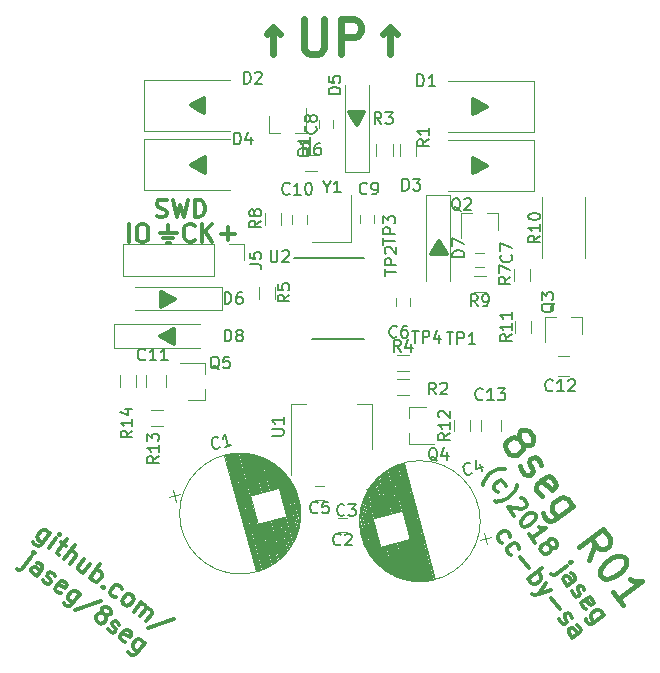
<source format=gbr>
From 2fd3a80211050e457b4cfb6457bc751d31f674cb Mon Sep 17 00:00:00 2001
From: jaseg <git@jaseg.net>
Date: Tue, 27 Nov 2018 10:49:46 +0900
Subject: Fix AO3400 pinout

---
 center/gerber/center-F.SilkS.gbr | 3553 ++++++++++++++++++++++++++++++++++++++
 1 file changed, 3553 insertions(+)
 create mode 100644 center/gerber/center-F.SilkS.gbr

(limited to 'center/gerber/center-F.SilkS.gbr')

diff --git a/center/gerber/center-F.SilkS.gbr b/center/gerber/center-F.SilkS.gbr
new file mode 100644
index 0000000..55f6b65
--- /dev/null
+++ b/center/gerber/center-F.SilkS.gbr
@@ -0,0 +1,3553 @@
+G04 #@! TF.GenerationSoftware,KiCad,Pcbnew,(5.0.1)*
+G04 #@! TF.CreationDate,2018-11-27T10:01:39+09:00*
+G04 #@! TF.ProjectId,center,63656E7465722E6B696361645F706362,rev?*
+G04 #@! TF.SameCoordinates,Original*
+G04 #@! TF.FileFunction,Legend,Top*
+G04 #@! TF.FilePolarity,Positive*
+%FSLAX46Y46*%
+G04 Gerber Fmt 4.6, Leading zero omitted, Abs format (unit mm)*
+G04 Created by KiCad (PCBNEW (5.0.1)) date Tue Nov 27 10:01:39 2018*
+%MOMM*%
+%LPD*%
+G01*
+G04 APERTURE LIST*
+%ADD10C,0.300000*%
+%ADD11C,0.400000*%
+%ADD12C,0.600000*%
+%ADD13C,0.120000*%
+%ADD14C,0.150000*%
+G04 APERTURE END LIST*
+D10*
+X102164285Y-84250000D02*
+X101021428Y-84250000D01*
+X102092857Y-84321428D02*
+X101092857Y-84321428D01*
+X102092857Y-84392857D02*
+X101092857Y-84392857D01*
+X102021428Y-84464285D02*
+X101164285Y-84464285D01*
+X102021428Y-84535714D02*
+X101164285Y-84535714D01*
+X101950000Y-84607142D02*
+X101235714Y-84607142D01*
+X101950000Y-84678571D02*
+X101235714Y-84678571D01*
+X101878571Y-84750000D02*
+X101307142Y-84750000D01*
+X101807142Y-84821428D02*
+X101378571Y-84821428D01*
+X101807142Y-84892857D02*
+X101378571Y-84892857D01*
+X101735714Y-84964285D02*
+X101450000Y-84964285D01*
+X101735714Y-85035714D02*
+X101450000Y-85035714D01*
+X101592857Y-85107142D02*
+X101592857Y-85178571D01*
+X101664285Y-85107142D02*
+X101521428Y-85107142D01*
+X102164285Y-84178571D02*
+X101592857Y-85250000D01*
+X101021428Y-84178571D01*
+X101592857Y-85321428D02*
+X100950000Y-84178571D01*
+X102235714Y-84178571D01*
+X101592857Y-85321428D01*
+X86050000Y-103764285D02*
+X86050000Y-102621428D01*
+X85978571Y-103692857D02*
+X85978571Y-102692857D01*
+X85907142Y-103692857D02*
+X85907142Y-102692857D01*
+X85835714Y-103621428D02*
+X85835714Y-102764285D01*
+X85764285Y-103621428D02*
+X85764285Y-102764285D01*
+X85692857Y-103550000D02*
+X85692857Y-102835714D01*
+X85621428Y-103550000D02*
+X85621428Y-102835714D01*
+X85550000Y-103478571D02*
+X85550000Y-102907142D01*
+X85478571Y-103407142D02*
+X85478571Y-102978571D01*
+X85407142Y-103407142D02*
+X85407142Y-102978571D01*
+X85335714Y-103335714D02*
+X85335714Y-103050000D01*
+X85264285Y-103335714D02*
+X85264285Y-103050000D01*
+X85192857Y-103192857D02*
+X85121428Y-103192857D01*
+X85192857Y-103264285D02*
+X85192857Y-103121428D01*
+X86121428Y-103764285D02*
+X85050000Y-103192857D01*
+X86121428Y-102621428D01*
+X84978571Y-103192857D02*
+X86121428Y-102550000D01*
+X86121428Y-103835714D01*
+X84978571Y-103192857D01*
+X85100000Y-99485714D02*
+X85100000Y-100628571D01*
+X85171428Y-99557142D02*
+X85171428Y-100557142D01*
+X85242857Y-99557142D02*
+X85242857Y-100557142D01*
+X85314285Y-99628571D02*
+X85314285Y-100485714D01*
+X85385714Y-99628571D02*
+X85385714Y-100485714D01*
+X85457142Y-99700000D02*
+X85457142Y-100414285D01*
+X85528571Y-99700000D02*
+X85528571Y-100414285D01*
+X85600000Y-99771428D02*
+X85600000Y-100342857D01*
+X85671428Y-99842857D02*
+X85671428Y-100271428D01*
+X85742857Y-99842857D02*
+X85742857Y-100271428D01*
+X85814285Y-99914285D02*
+X85814285Y-100200000D01*
+X85885714Y-99914285D02*
+X85885714Y-100200000D01*
+X85957142Y-100057142D02*
+X86028571Y-100057142D01*
+X85957142Y-99985714D02*
+X85957142Y-100128571D01*
+X85028571Y-99485714D02*
+X86100000Y-100057142D01*
+X85028571Y-100628571D01*
+X86171428Y-100057142D02*
+X85028571Y-100700000D01*
+X85028571Y-99414285D01*
+X86171428Y-100057142D01*
+X107985714Y-96200000D02*
+X109128571Y-96200000D01*
+X108057142Y-96128571D02*
+X109057142Y-96128571D01*
+X108057142Y-96057142D02*
+X109057142Y-96057142D01*
+X108128571Y-95985714D02*
+X108985714Y-95985714D01*
+X108128571Y-95914285D02*
+X108985714Y-95914285D01*
+X108200000Y-95842857D02*
+X108914285Y-95842857D01*
+X108200000Y-95771428D02*
+X108914285Y-95771428D01*
+X108271428Y-95700000D02*
+X108842857Y-95700000D01*
+X108342857Y-95628571D02*
+X108771428Y-95628571D01*
+X108342857Y-95557142D02*
+X108771428Y-95557142D01*
+X108414285Y-95485714D02*
+X108700000Y-95485714D01*
+X108414285Y-95414285D02*
+X108700000Y-95414285D01*
+X108557142Y-95342857D02*
+X108557142Y-95271428D01*
+X108485714Y-95342857D02*
+X108628571Y-95342857D01*
+X107985714Y-96271428D02*
+X108557142Y-95200000D01*
+X109128571Y-96271428D01*
+X108557142Y-95128571D02*
+X109200000Y-96271428D01*
+X107914285Y-96271428D01*
+X108557142Y-95128571D01*
+X111550000Y-88185714D02*
+X111550000Y-89328571D01*
+X111621428Y-88257142D02*
+X111621428Y-89257142D01*
+X111692857Y-88257142D02*
+X111692857Y-89257142D01*
+X111764285Y-88328571D02*
+X111764285Y-89185714D01*
+X111835714Y-88328571D02*
+X111835714Y-89185714D01*
+X111907142Y-88400000D02*
+X111907142Y-89114285D01*
+X111978571Y-88400000D02*
+X111978571Y-89114285D01*
+X112050000Y-88471428D02*
+X112050000Y-89042857D01*
+X112121428Y-88542857D02*
+X112121428Y-88971428D01*
+X112192857Y-88542857D02*
+X112192857Y-88971428D01*
+X112264285Y-88614285D02*
+X112264285Y-88900000D01*
+X112335714Y-88614285D02*
+X112335714Y-88900000D01*
+X112407142Y-88757142D02*
+X112478571Y-88757142D01*
+X112407142Y-88685714D02*
+X112407142Y-88828571D01*
+X111478571Y-88185714D02*
+X112550000Y-88757142D01*
+X111478571Y-89328571D01*
+X112621428Y-88757142D02*
+X111478571Y-89400000D01*
+X111478571Y-88114285D01*
+X112621428Y-88757142D01*
+X111550000Y-83185714D02*
+X111550000Y-84328571D01*
+X111621428Y-83257142D02*
+X111621428Y-84257142D01*
+X111692857Y-83257142D02*
+X111692857Y-84257142D01*
+X111764285Y-83328571D02*
+X111764285Y-84185714D01*
+X111835714Y-83328571D02*
+X111835714Y-84185714D01*
+X111907142Y-83400000D02*
+X111907142Y-84114285D01*
+X111978571Y-83400000D02*
+X111978571Y-84114285D01*
+X112050000Y-83471428D02*
+X112050000Y-84042857D01*
+X112121428Y-83542857D02*
+X112121428Y-83971428D01*
+X112192857Y-83542857D02*
+X112192857Y-83971428D01*
+X112264285Y-83614285D02*
+X112264285Y-83900000D01*
+X112335714Y-83614285D02*
+X112335714Y-83900000D01*
+X112407142Y-83757142D02*
+X112478571Y-83757142D01*
+X112407142Y-83685714D02*
+X112407142Y-83828571D01*
+X111478571Y-83185714D02*
+X112550000Y-83757142D01*
+X111478571Y-84328571D01*
+X112621428Y-83757142D02*
+X111478571Y-84400000D01*
+X111478571Y-83114285D01*
+X112621428Y-83757142D01*
+X88650000Y-89264285D02*
+X88650000Y-88121428D01*
+X88578571Y-89192857D02*
+X88578571Y-88192857D01*
+X88507142Y-89192857D02*
+X88507142Y-88192857D01*
+X88435714Y-89121428D02*
+X88435714Y-88264285D01*
+X88364285Y-89121428D02*
+X88364285Y-88264285D01*
+X88292857Y-89050000D02*
+X88292857Y-88335714D01*
+X88221428Y-89050000D02*
+X88221428Y-88335714D01*
+X88150000Y-88978571D02*
+X88150000Y-88407142D01*
+X88078571Y-88907142D02*
+X88078571Y-88478571D01*
+X88007142Y-88907142D02*
+X88007142Y-88478571D01*
+X87935714Y-88835714D02*
+X87935714Y-88550000D01*
+X87864285Y-88835714D02*
+X87864285Y-88550000D01*
+X87792857Y-88692857D02*
+X87721428Y-88692857D01*
+X87792857Y-88764285D02*
+X87792857Y-88621428D01*
+X88721428Y-89264285D02*
+X87650000Y-88692857D01*
+X88721428Y-88121428D01*
+X87578571Y-88692857D02*
+X88721428Y-88050000D01*
+X88721428Y-89335714D01*
+X87578571Y-88692857D01*
+X88600000Y-84214285D02*
+X88600000Y-83071428D01*
+X88528571Y-84142857D02*
+X88528571Y-83142857D01*
+X88457142Y-84142857D02*
+X88457142Y-83142857D01*
+X88385714Y-84071428D02*
+X88385714Y-83214285D01*
+X88314285Y-84071428D02*
+X88314285Y-83214285D01*
+X88242857Y-84000000D02*
+X88242857Y-83285714D01*
+X88171428Y-84000000D02*
+X88171428Y-83285714D01*
+X88100000Y-83928571D02*
+X88100000Y-83357142D01*
+X88028571Y-83857142D02*
+X88028571Y-83428571D01*
+X87957142Y-83857142D02*
+X87957142Y-83428571D01*
+X87885714Y-83785714D02*
+X87885714Y-83500000D01*
+X87814285Y-83785714D02*
+X87814285Y-83500000D01*
+X87742857Y-83642857D02*
+X87671428Y-83642857D01*
+X87742857Y-83714285D02*
+X87742857Y-83571428D01*
+X88671428Y-84214285D02*
+X87600000Y-83642857D01*
+X88671428Y-83071428D01*
+X87528571Y-83642857D02*
+X88671428Y-83000000D01*
+X88671428Y-84285714D01*
+X87528571Y-83642857D01*
+X84664285Y-93057142D02*
+X84878571Y-93128571D01*
+X85235714Y-93128571D01*
+X85378571Y-93057142D01*
+X85450000Y-92985714D01*
+X85521428Y-92842857D01*
+X85521428Y-92700000D01*
+X85450000Y-92557142D01*
+X85378571Y-92485714D01*
+X85235714Y-92414285D01*
+X84950000Y-92342857D01*
+X84807142Y-92271428D01*
+X84735714Y-92200000D01*
+X84664285Y-92057142D01*
+X84664285Y-91914285D01*
+X84735714Y-91771428D01*
+X84807142Y-91700000D01*
+X84950000Y-91628571D01*
+X85307142Y-91628571D01*
+X85521428Y-91700000D01*
+X86021428Y-91628571D02*
+X86378571Y-93128571D01*
+X86664285Y-92057142D01*
+X86950000Y-93128571D01*
+X87307142Y-91628571D01*
+X87878571Y-93128571D02*
+X87878571Y-91628571D01*
+X88235714Y-91628571D01*
+X88450000Y-91700000D01*
+X88592857Y-91842857D01*
+X88664285Y-91985714D01*
+X88735714Y-92271428D01*
+X88735714Y-92485714D01*
+X88664285Y-92771428D01*
+X88592857Y-92914285D01*
+X88450000Y-93057142D01*
+X88235714Y-93128571D01*
+X87878571Y-93128571D01*
+X84935714Y-94421428D02*
+X86364285Y-94421428D01*
+X85221428Y-94850000D02*
+X86078571Y-94850000D01*
+X85650000Y-93778571D02*
+X85650000Y-94421428D01*
+X85792857Y-95278571D02*
+X85507142Y-95278571D01*
+X90128571Y-94507142D02*
+X91271428Y-94507142D01*
+X90700000Y-95078571D02*
+X90700000Y-93935714D01*
+X87864285Y-95035714D02*
+X87792857Y-95107142D01*
+X87578571Y-95178571D01*
+X87435714Y-95178571D01*
+X87221428Y-95107142D01*
+X87078571Y-94964285D01*
+X87007142Y-94821428D01*
+X86935714Y-94535714D01*
+X86935714Y-94321428D01*
+X87007142Y-94035714D01*
+X87078571Y-93892857D01*
+X87221428Y-93750000D01*
+X87435714Y-93678571D01*
+X87578571Y-93678571D01*
+X87792857Y-93750000D01*
+X87864285Y-93821428D01*
+X88507142Y-95178571D02*
+X88507142Y-93678571D01*
+X89364285Y-95178571D02*
+X88721428Y-94321428D01*
+X89364285Y-93678571D02*
+X88507142Y-94535714D01*
+X82314285Y-95228571D02*
+X82314285Y-93728571D01*
+X83314285Y-93728571D02*
+X83600000Y-93728571D01*
+X83742857Y-93800000D01*
+X83885714Y-93942857D01*
+X83957142Y-94228571D01*
+X83957142Y-94728571D01*
+X83885714Y-95014285D01*
+X83742857Y-95157142D01*
+X83600000Y-95228571D01*
+X83314285Y-95228571D01*
+X83171428Y-95157142D01*
+X83028571Y-95014285D01*
+X82957142Y-94728571D01*
+X82957142Y-94228571D01*
+X83028571Y-93942857D01*
+X83171428Y-93800000D01*
+X83314285Y-93728571D01*
+X75597464Y-119885638D02*
+X74866688Y-120855410D01*
+X74723669Y-120926514D01*
+X74623637Y-120940573D01*
+X74466560Y-120911645D01*
+X74295423Y-120782684D01*
+X74224319Y-120639665D01*
+X75038635Y-120627229D02*
+X74881558Y-120598300D01*
+X74653376Y-120426353D01*
+X74582272Y-120283334D01*
+X74568214Y-120183302D01*
+X74597142Y-120026225D01*
+X74855063Y-119683952D01*
+X74998082Y-119612848D01*
+X75098114Y-119598790D01*
+X75255191Y-119627718D01*
+X75483373Y-119799665D01*
+X75554477Y-119942684D01*
+X75566103Y-121114142D02*
+X76167918Y-120315506D01*
+X76468825Y-119916189D02*
+X76368793Y-119930247D01*
+X76382852Y-120030279D01*
+X76482884Y-120016221D01*
+X76468825Y-119916189D01*
+X76382852Y-120030279D01*
+X76567235Y-120616414D02*
+X77023599Y-120960308D01*
+X77039279Y-120346056D02*
+X76265517Y-121372874D01*
+X76236589Y-121529951D01*
+X76307693Y-121672970D01*
+X76421783Y-121758944D01*
+X76821101Y-122059851D02*
+X77723824Y-120861898D01*
+X77334510Y-122446732D02*
+X77807364Y-121819233D01*
+X77836293Y-121662155D01*
+X77765189Y-121519136D01*
+X77594052Y-121390176D01*
+X77436975Y-121361248D01*
+X77336943Y-121375306D01*
+X79020187Y-122464846D02*
+X78418372Y-123263481D01*
+X78506779Y-122077965D02*
+X78033924Y-122705464D01*
+X78004996Y-122862542D01*
+X78076100Y-123005561D01*
+X78247236Y-123134521D01*
+X78404314Y-123163449D01*
+X78504346Y-123149390D01*
+X78988826Y-123693349D02*
+X79891549Y-122495396D01*
+X79547654Y-122951759D02*
+X79704732Y-122980687D01*
+X79932914Y-123152634D01*
+X80004018Y-123295653D01*
+X80018076Y-123395685D01*
+X79989148Y-123552763D01*
+X79731227Y-123895035D01*
+X79588208Y-123966139D01*
+X79488176Y-123980198D01*
+X79331099Y-123951270D01*
+X79102917Y-123779323D01*
+X79031813Y-123636304D01*
+X80158662Y-124396007D02*
+X80172721Y-124496039D01*
+X80072689Y-124510098D01*
+X80058630Y-124410066D01*
+X80158662Y-124396007D01*
+X80072689Y-124510098D01*
+X81199538Y-125269802D02*
+X81042460Y-125240873D01*
+X80814279Y-125068926D01*
+X80743175Y-124925907D01*
+X80729116Y-124825875D01*
+X80758044Y-124668798D01*
+X81015965Y-124326525D01*
+X81158984Y-124255421D01*
+X81259016Y-124241363D01*
+X81416094Y-124270291D01*
+X81644275Y-124442238D01*
+X81715379Y-124585257D01*
+X81841096Y-125842688D02*
+X81769992Y-125699670D01*
+X81755933Y-125599637D01*
+X81784861Y-125442560D01*
+X82042782Y-125100287D01*
+X82185801Y-125029183D01*
+X82285833Y-125015125D01*
+X82442911Y-125044053D01*
+X82614047Y-125173013D01*
+X82685151Y-125316032D01*
+X82699210Y-125416064D01*
+X82670282Y-125573142D01*
+X82412361Y-125915414D01*
+X82269342Y-125986518D01*
+X82169310Y-126000577D01*
+X82012232Y-125971649D01*
+X81841096Y-125842688D01*
+X82753822Y-126530477D02*
+X83355637Y-125731842D01*
+X83269664Y-125845932D02*
+X83369696Y-125831874D01*
+X83526773Y-125860802D01*
+X83697910Y-125989762D01*
+X83769014Y-126132781D01*
+X83740085Y-126289859D01*
+X83267231Y-126917358D01*
+X83740085Y-126289859D02*
+X83883104Y-126218755D01*
+X84040182Y-126247683D01*
+X84211318Y-126376643D01*
+X84282422Y-126519662D01*
+X84253494Y-126676740D01*
+X83780639Y-127304239D01*
+X86152483Y-127123910D02*
+X83965023Y-127890374D01*
+X74005790Y-121879173D02*
+X73232028Y-122905990D01*
+X73089009Y-122977094D01*
+X72931932Y-122948166D01*
+X72874886Y-122905179D01*
+X74306698Y-121479855D02*
+X74206666Y-121493914D01*
+X74220724Y-121593946D01*
+X74320756Y-121579887D01*
+X74306698Y-121479855D01*
+X74220724Y-121593946D01*
+X74487838Y-123494557D02*
+X74960692Y-122867058D01*
+X74989621Y-122709980D01*
+X74918517Y-122566961D01*
+X74690335Y-122395014D01*
+X74533257Y-122366086D01*
+X74530825Y-123437512D02*
+X74373747Y-123408584D01*
+X74088520Y-123193650D01*
+X74017416Y-123050631D01*
+X74046344Y-122893553D01*
+X74132318Y-122779462D01*
+X74275337Y-122708358D01*
+X74432414Y-122737287D01*
+X74717641Y-122952220D01*
+X74874719Y-122981149D01*
+X75044233Y-123824393D02*
+X75115337Y-123967412D01*
+X75343519Y-124139359D01*
+X75500596Y-124168287D01*
+X75643615Y-124097183D01*
+X75686602Y-124040138D01*
+X75715530Y-123883060D01*
+X75644426Y-123740041D01*
+X75473290Y-123611081D01*
+X75402186Y-123468062D01*
+X75431114Y-123310984D01*
+X75474101Y-123253939D01*
+X75617120Y-123182835D01*
+X75774197Y-123211763D01*
+X75945334Y-123340723D01*
+X76016438Y-123483742D01*
+X76527413Y-124942049D02*
+X76370336Y-124913121D01*
+X76142154Y-124741174D01*
+X76071050Y-124598155D01*
+X76099978Y-124441077D01*
+X76443873Y-123984714D01*
+X76586892Y-123913610D01*
+X76743969Y-123942538D01*
+X76972151Y-124114486D01*
+X77043255Y-124257505D01*
+X77014327Y-124414582D01*
+X76928353Y-124528673D01*
+X76271925Y-124212896D01*
+X78170104Y-125017208D02*
+X77439329Y-125986980D01*
+X77296310Y-126058084D01*
+X77196277Y-126072142D01*
+X77039200Y-126043214D01*
+X76868064Y-125914254D01*
+X76796960Y-125771235D01*
+X77611276Y-125758798D02*
+X77454198Y-125729870D01*
+X77226017Y-125557923D01*
+X77154913Y-125414904D01*
+X77140854Y-125314872D01*
+X77169782Y-125157794D01*
+X77427703Y-124815522D01*
+X77570722Y-124744418D01*
+X77670754Y-124730359D01*
+X77827832Y-124759287D01*
+X78056013Y-124931235D01*
+X78127117Y-125074254D01*
+X79940133Y-125635515D02*
+X77752673Y-126401978D01*
+X80080719Y-126635837D02*
+X80009615Y-126492818D01*
+X79995557Y-126392785D01*
+X80024485Y-126235708D01*
+X80067472Y-126178662D01*
+X80210491Y-126107558D01*
+X80310523Y-126093500D01*
+X80467600Y-126122428D01*
+X80695782Y-126294375D01*
+X80766886Y-126437394D01*
+X80780944Y-126537426D01*
+X80752016Y-126694504D01*
+X80709030Y-126751549D01*
+X80566011Y-126822653D01*
+X80465978Y-126836712D01*
+X80308901Y-126807784D01*
+X80080719Y-126635837D01*
+X79923642Y-126606908D01*
+X79823609Y-126620967D01*
+X79680590Y-126692071D01*
+X79508643Y-126920253D01*
+X79479715Y-127077330D01*
+X79493774Y-127177362D01*
+X79564878Y-127320381D01*
+X79793059Y-127492328D01*
+X79950137Y-127521257D01*
+X80050169Y-127507198D01*
+X80193188Y-127436094D01*
+X80365135Y-127207912D01*
+X80394063Y-127050835D01*
+X80380005Y-126950803D01*
+X80308901Y-126807784D01*
+X80520591Y-127951124D02*
+X80591695Y-128094143D01*
+X80819876Y-128266091D01*
+X80976954Y-128295019D01*
+X81119973Y-128223915D01*
+X81162960Y-128166869D01*
+X81191888Y-128009792D01*
+X81120784Y-127866773D01*
+X80949648Y-127737812D01*
+X80878544Y-127594793D01*
+X80907472Y-127437716D01*
+X80950459Y-127380671D01*
+X81093478Y-127309567D01*
+X81250555Y-127338495D01*
+X81421691Y-127467455D01*
+X81492795Y-127610474D01*
+X82003771Y-129068781D02*
+X81846694Y-129039853D01*
+X81618512Y-128867906D01*
+X81547408Y-128724887D01*
+X81576336Y-128567809D01*
+X81920230Y-128111446D01*
+X82063249Y-128040342D01*
+X82220327Y-128069270D01*
+X82448509Y-128241217D01*
+X82519613Y-128384236D01*
+X82490684Y-128541314D01*
+X82404711Y-128655405D01*
+X81748283Y-128339627D01*
+X83646462Y-129143940D02*
+X82915686Y-130113711D01*
+X82772667Y-130184815D01*
+X82672635Y-130198874D01*
+X82515558Y-130169946D01*
+X82344422Y-130040986D01*
+X82273318Y-129897967D01*
+X83087634Y-129885530D02*
+X82930556Y-129856602D01*
+X82702374Y-129684655D01*
+X82631270Y-129541636D01*
+X82617212Y-129441603D01*
+X82646140Y-129284526D01*
+X82904061Y-128942253D01*
+X83047080Y-128871149D01*
+X83147112Y-128857091D01*
+X83304189Y-128886019D01*
+X83532371Y-129057966D01*
+X83603475Y-129200985D01*
+X113899479Y-120678914D02*
+X113756460Y-120607810D01*
+X113584513Y-120379628D01*
+X113555585Y-120222551D01*
+X113569643Y-120122519D01*
+X113640747Y-119979500D01*
+X113983020Y-119721579D01*
+X114140097Y-119692651D01*
+X114240130Y-119706709D01*
+X114383148Y-119777813D01*
+X114555096Y-120005995D01*
+X114584024Y-120163072D01*
+X114673241Y-121705731D02*
+X114530222Y-121634627D01*
+X114358275Y-121406445D01*
+X114329347Y-121249368D01*
+X114343406Y-121149336D01*
+X114414510Y-121006317D01*
+X114756782Y-120748396D01*
+X114913859Y-120719468D01*
+X115013892Y-120733526D01*
+X115156911Y-120804630D01*
+X115328858Y-121032812D01*
+X115357786Y-121189890D01*
+X115459440Y-121918232D02*
+X116147229Y-122830958D01*
+X116120733Y-123745307D02*
+X117318687Y-122842584D01*
+X116862324Y-123186478D02*
+X117005343Y-123257582D01*
+X117177290Y-123485764D01*
+X117206218Y-123642841D01*
+X117192159Y-123742874D01*
+X117121055Y-123885893D01*
+X116778783Y-124143813D01*
+X116621705Y-124172742D01*
+X116521673Y-124158683D01*
+X116378654Y-124087579D01*
+X116206707Y-123859397D01*
+X116177779Y-123702320D01*
+X117650144Y-124113263D02*
+X117066443Y-125000305D01*
+X118080012Y-124683717D02*
+X117066443Y-125000305D01*
+X116695242Y-125101148D01*
+X116595210Y-125087090D01*
+X116452191Y-125015986D01*
+X118081634Y-125398001D02*
+X118769423Y-126310727D01*
+X118756986Y-127125043D02*
+X118785914Y-127282121D01*
+X118957861Y-127510303D01*
+X119100880Y-127581407D01*
+X119257958Y-127552478D01*
+X119315003Y-127509492D01*
+X119386107Y-127366473D01*
+X119357179Y-127209395D01*
+X119228219Y-127038259D01*
+X119199291Y-126881181D01*
+X119270395Y-126738162D01*
+X119327440Y-126695176D01*
+X119484518Y-126666247D01*
+X119627537Y-126737351D01*
+X119756497Y-126908488D01*
+X119785425Y-127065565D01*
+X119860584Y-128708256D02*
+X120488083Y-128235401D01*
+X120559187Y-128092382D01*
+X120530259Y-127935305D01*
+X120358312Y-127707123D01*
+X120215293Y-127636019D01*
+X119917629Y-128665269D02*
+X119774610Y-128594165D01*
+X119559676Y-128308938D01*
+X119530748Y-128151860D01*
+X119601852Y-128008842D01*
+X119715943Y-127922868D01*
+X119873021Y-127893940D01*
+X120016040Y-127965044D01*
+X120230973Y-128250271D01*
+X120373992Y-128321375D01*
+X112288546Y-115812161D02*
+X112302605Y-115712129D01*
+X112387767Y-115469078D01*
+X112458871Y-115326059D01*
+X112587021Y-115140053D01*
+X112829261Y-114868073D01*
+X113057443Y-114696126D01*
+X113385656Y-114538238D01*
+X113599779Y-114466323D01*
+X113756857Y-114437395D01*
+X114013967Y-114422525D01*
+X114113999Y-114436584D01*
+X113532730Y-116395051D02*
+X113389711Y-116323947D01*
+X113217764Y-116095766D01*
+X113188836Y-115938688D01*
+X113202894Y-115838656D01*
+X113273998Y-115695637D01*
+X113616271Y-115437716D01*
+X113773348Y-115408788D01*
+X113873381Y-115422847D01*
+X114016400Y-115493951D01*
+X114188347Y-115722132D01*
+X114217275Y-115879210D01*
+X113320229Y-117181250D02*
+X113420261Y-117195309D01*
+X113677371Y-117180439D01*
+X113834449Y-117151511D01*
+X114048572Y-117079596D01*
+X114376785Y-116921708D01*
+X114604967Y-116749760D01*
+X114847207Y-116477781D01*
+X114975356Y-116291775D01*
+X115046460Y-116148756D01*
+X115131623Y-115905705D01*
+X115145682Y-115805673D01*
+X115505257Y-116876288D02*
+X115605289Y-116890347D01*
+X115748308Y-116961451D01*
+X115963242Y-117246677D01*
+X115992170Y-117403755D01*
+X115978111Y-117503787D01*
+X115907007Y-117646806D01*
+X115792916Y-117732780D01*
+X115578793Y-117804695D01*
+X114378407Y-117635991D01*
+X114937235Y-118377582D01*
+X116694017Y-118216449D02*
+X116779991Y-118330540D01*
+X116808919Y-118487618D01*
+X116794860Y-118587650D01*
+X116723756Y-118730669D01*
+X116538561Y-118959661D01*
+X116253334Y-119174595D01*
+X115982166Y-119289497D01*
+X115825088Y-119318425D01*
+X115725056Y-119304367D01*
+X115582037Y-119233263D01*
+X115496064Y-119119172D01*
+X115467136Y-118962094D01*
+X115481194Y-118862062D01*
+X115552298Y-118719043D01*
+X115737493Y-118490050D01*
+X116022720Y-118275117D01*
+X116293888Y-118160215D01*
+X116450966Y-118131287D01*
+X116550998Y-118145345D01*
+X116694017Y-118216449D01*
+X116656707Y-120659397D02*
+X116140866Y-119974853D01*
+X116398786Y-120317125D02*
+X117596740Y-119414402D01*
+X117339630Y-119429272D01*
+X117139565Y-119401155D01*
+X116996546Y-119330051D01*
+X117857093Y-120828101D02*
+X117828165Y-120671023D01*
+X117842224Y-120570991D01*
+X117913328Y-120427972D01*
+X117970373Y-120384985D01*
+X118127451Y-120356057D01*
+X118227483Y-120370116D01*
+X118370502Y-120441220D01*
+X118542449Y-120669401D01*
+X118571377Y-120826479D01*
+X118557318Y-120926511D01*
+X118486214Y-121069530D01*
+X118429169Y-121112517D01*
+X118272091Y-121141445D01*
+X118172059Y-121127386D01*
+X118029040Y-121056282D01*
+X117857093Y-120828101D01*
+X117714074Y-120756997D01*
+X117614042Y-120742938D01*
+X117456964Y-120771866D01*
+X117228783Y-120943813D01*
+X117157679Y-121086832D01*
+X117143620Y-121186864D01*
+X117172548Y-121343942D01*
+X117344496Y-121572124D01*
+X117487515Y-121643228D01*
+X117587547Y-121657286D01*
+X117744624Y-121628358D01*
+X117972806Y-121456411D01*
+X118043910Y-121313392D01*
+X118057968Y-121213360D01*
+X118029040Y-121056282D01*
+X119389748Y-122624625D02*
+X118362931Y-123398387D01*
+X118205853Y-123427315D01*
+X118062834Y-123356211D01*
+X118019848Y-123299166D01*
+X119789066Y-122323718D02*
+X119689034Y-122309659D01*
+X119674975Y-122409691D01*
+X119775007Y-122423750D01*
+X119789066Y-122323718D01*
+X119674975Y-122409691D01*
+X119407861Y-124310303D02*
+X120035361Y-123837448D01*
+X120106465Y-123694429D01*
+X120077537Y-123537351D01*
+X119905589Y-123309170D01*
+X119762570Y-123238066D01*
+X119464907Y-124267316D02*
+X119321888Y-124196212D01*
+X119106954Y-123910985D01*
+X119078026Y-123753907D01*
+X119149130Y-123610888D01*
+X119263220Y-123524915D01*
+X119420298Y-123495986D01*
+X119563317Y-123567090D01*
+X119778251Y-123852317D01*
+X119921270Y-123923421D01*
+X119851788Y-124780724D02*
+X119880716Y-124937802D01*
+X120052663Y-125165983D01*
+X120195682Y-125237087D01*
+X120352760Y-125208159D01*
+X120409805Y-125165172D01*
+X120480909Y-125022154D01*
+X120451981Y-124865076D01*
+X120323021Y-124693940D01*
+X120294092Y-124536862D01*
+X120365196Y-124393843D01*
+X120422242Y-124350856D01*
+X120579319Y-124321928D01*
+X120722338Y-124393032D01*
+X120851299Y-124564168D01*
+X120880227Y-124721246D01*
+X120969444Y-126263905D02*
+X120826425Y-126192801D01*
+X120654478Y-125964619D01*
+X120625550Y-125807541D01*
+X120696654Y-125664522D01*
+X121153017Y-125320628D01*
+X121310095Y-125291700D01*
+X121453114Y-125362804D01*
+X121625061Y-125590986D01*
+X121653989Y-125748063D01*
+X121582885Y-125891082D01*
+X121468794Y-125977056D01*
+X120924836Y-125492575D01*
+X122527783Y-126788939D02*
+X121558012Y-127519714D01*
+X121400934Y-127548642D01*
+X121300902Y-127534584D01*
+X121157883Y-127463480D01*
+X121028923Y-127292344D01*
+X120999994Y-127135266D01*
+X121786193Y-127347767D02*
+X121643174Y-127276663D01*
+X121471227Y-127048481D01*
+X121442299Y-126891404D01*
+X121456358Y-126791372D01*
+X121527462Y-126648353D01*
+X121869734Y-126390432D01*
+X122026812Y-126361504D01*
+X122126844Y-126375562D01*
+X122269863Y-126446666D01*
+X122441810Y-126674848D01*
+X122470738Y-126831926D01*
+D11*
+X115351675Y-111903281D02*
+X115303461Y-111641485D01*
+X115326892Y-111474765D01*
+X115445399Y-111236400D01*
+X115540475Y-111164755D01*
+X115802271Y-111116542D01*
+X115968991Y-111139973D01*
+X116207356Y-111258479D01*
+X116493935Y-111638782D01*
+X116542148Y-111900578D01*
+X116518717Y-112067298D01*
+X116400211Y-112305663D01*
+X116305135Y-112377308D01*
+X116043339Y-112425521D01*
+X115876619Y-112402090D01*
+X115638254Y-112283584D01*
+X115351675Y-111903281D01*
+X115113310Y-111784774D01*
+X114946590Y-111761343D01*
+X114684794Y-111809557D01*
+X114304491Y-112096136D01*
+X114185985Y-112334501D01*
+X114162554Y-112501221D01*
+X114210767Y-112763017D01*
+X114497346Y-113143319D01*
+X114735711Y-113261826D01*
+X114902431Y-113285257D01*
+X115164227Y-113237044D01*
+X115544530Y-112950465D01*
+X115663036Y-112712100D01*
+X115686467Y-112545380D01*
+X115638254Y-112283584D01*
+X115452157Y-114212583D02*
+X115500371Y-114474379D01*
+X115786949Y-114854681D01*
+X116025314Y-114973188D01*
+X116287110Y-114924974D01*
+X116382186Y-114853330D01*
+X116500693Y-114614965D01*
+X116452479Y-114353169D01*
+X116237545Y-114067942D01*
+X116189331Y-113806146D01*
+X116307838Y-113567781D01*
+X116402914Y-113496136D01*
+X116664710Y-113447923D01*
+X116903075Y-113566429D01*
+X117118009Y-113851656D01*
+X117166222Y-114113452D01*
+X117314918Y-116684550D02*
+X117076553Y-116566043D01*
+X116789974Y-116185740D01*
+X116741761Y-115923945D01*
+X116860267Y-115685580D01*
+X117620873Y-115112422D01*
+X117882669Y-115064209D01*
+X118121034Y-115182715D01*
+X118407612Y-115563018D01*
+X118455826Y-115824814D01*
+X118337319Y-116063179D01*
+X118147168Y-116206468D01*
+X117240570Y-115399001D01*
+X119912150Y-117559607D02*
+X118295864Y-118777566D01*
+X118034068Y-118825779D01*
+X117867347Y-118802348D01*
+X117628982Y-118683842D01*
+X117414048Y-118398615D01*
+X117365835Y-118136819D01*
+X118676166Y-118490987D02*
+X118437801Y-118372481D01*
+X118151223Y-117992178D01*
+X118103009Y-117730382D01*
+X118126440Y-117563662D01*
+X118244947Y-117325297D01*
+X118815401Y-116895429D01*
+X119077197Y-116847215D01*
+X119243917Y-116870646D01*
+X119482282Y-116989153D01*
+X119768860Y-117369456D01*
+X119817074Y-117631251D01*
+X121303587Y-122175507D02*
+X121752831Y-120793531D01*
+X120443851Y-121034599D02*
+X122440440Y-119530061D01*
+X123013597Y-120290667D01*
+X123061811Y-120552463D01*
+X123038380Y-120719183D01*
+X122919873Y-120957548D01*
+X122634646Y-121172482D01*
+X122372850Y-121220695D01*
+X122206130Y-121197264D01*
+X121967765Y-121078758D01*
+X121394608Y-120318152D01*
+X124231556Y-121906953D02*
+X124374846Y-122097104D01*
+X124423059Y-122358900D01*
+X124399628Y-122525620D01*
+X124281122Y-122763985D01*
+X123972464Y-123145640D01*
+X123497085Y-123503863D01*
+X123045138Y-123695366D01*
+X122783342Y-123743579D01*
+X122616622Y-123720148D01*
+X122378257Y-123601642D01*
+X122234967Y-123411490D01*
+X122186754Y-123149694D01*
+X122210185Y-122982974D01*
+X122328692Y-122744609D01*
+X122637350Y-122362955D01*
+X123112728Y-122004732D01*
+X123564675Y-121813229D01*
+X123826471Y-121765015D01*
+X123993191Y-121788446D01*
+X124231556Y-121906953D01*
+X124169373Y-125978533D02*
+X123309637Y-124837625D01*
+X123739505Y-125408079D02*
+X125736094Y-123903542D01*
+X125307578Y-123928324D01*
+X124974137Y-123881462D01*
+X124735772Y-123762955D01*
+D12*
+X94541428Y-79327142D02*
+X94541428Y-77041428D01*
+X93970000Y-77612857D02*
+X94541428Y-77041428D01*
+X95112857Y-77612857D01*
+X97112857Y-76327142D02*
+X97112857Y-78755714D01*
+X97255714Y-79041428D01*
+X97398571Y-79184285D01*
+X97684285Y-79327142D01*
+X98255714Y-79327142D01*
+X98541428Y-79184285D01*
+X98684285Y-79041428D01*
+X98827142Y-78755714D01*
+X98827142Y-76327142D01*
+X100255714Y-79327142D02*
+X100255714Y-76327142D01*
+X101398571Y-76327142D01*
+X101684285Y-76470000D01*
+X101827142Y-76612857D01*
+X101970000Y-76898571D01*
+X101970000Y-77327142D01*
+X101827142Y-77612857D01*
+X101684285Y-77755714D01*
+X101398571Y-77898571D01*
+X100255714Y-77898571D01*
+X104398571Y-79327142D02*
+X104398571Y-77041428D01*
+X103827142Y-77612857D02*
+X104398571Y-77041428D01*
+X104970000Y-77612857D01*
+D13*
+G04 #@! TO.C,Q3*
+X120680000Y-101540000D02*
+X119750000Y-101540000D01*
+X117520000Y-101540000D02*
+X118450000Y-101540000D01*
+X117520000Y-101540000D02*
+X117520000Y-103700000D01*
+X120680000Y-101540000D02*
+X120680000Y-103000000D01*
+G04 #@! TO.C,C2*
+X100750000Y-119800000D02*
+X100050000Y-119800000D01*
+X100050000Y-118600000D02*
+X100750000Y-118600000D01*
+G04 #@! TO.C,C3*
+X102400000Y-116150000D02*
+X103100000Y-116150000D01*
+X103100000Y-117350000D02*
+X102400000Y-117350000D01*
+G04 #@! TO.C,C5*
+X98100000Y-115900000D02*
+X98800000Y-115900000D01*
+X98800000Y-117100000D02*
+X98100000Y-117100000D01*
+G04 #@! TO.C,C6*
+X104900000Y-100650000D02*
+X104900000Y-99950000D01*
+X106100000Y-99950000D02*
+X106100000Y-100650000D01*
+G04 #@! TO.C,C7*
+X111650000Y-96150000D02*
+X112350000Y-96150000D01*
+X112350000Y-97350000D02*
+X111650000Y-97350000D01*
+G04 #@! TO.C,C8*
+X98400000Y-85600000D02*
+X98400000Y-84900000D01*
+X99600000Y-84900000D02*
+X99600000Y-85600000D01*
+G04 #@! TO.C,C9*
+X103100000Y-92900000D02*
+X103100000Y-93600000D01*
+X101900000Y-93600000D02*
+X101900000Y-92900000D01*
+G04 #@! TO.C,C10*
+X96150000Y-93650000D02*
+X96150000Y-92950000D01*
+X97350000Y-92950000D02*
+X97350000Y-93650000D01*
+G04 #@! TO.C,C11*
+X83750000Y-106500000D02*
+X83750000Y-107500000D01*
+X85450000Y-107500000D02*
+X85450000Y-106500000D01*
+G04 #@! TO.C,C12*
+X119600000Y-104900000D02*
+X118600000Y-104900000D01*
+X118600000Y-106600000D02*
+X119600000Y-106600000D01*
+G04 #@! TO.C,C13*
+X113850000Y-111250000D02*
+X113850000Y-110250000D01*
+X112150000Y-110250000D02*
+X112150000Y-111250000D01*
+G04 #@! TO.C,D1*
+X116600000Y-85900000D02*
+X116600000Y-81600000D01*
+X116600000Y-81600000D02*
+X109300000Y-81600000D01*
+X116600000Y-85900000D02*
+X109300000Y-85900000D01*
+G04 #@! TO.C,D2*
+X83578544Y-81512480D02*
+X83578544Y-85812480D01*
+X83578544Y-85812480D02*
+X90878544Y-85812480D01*
+X83578544Y-81512480D02*
+X90878544Y-81512480D01*
+G04 #@! TO.C,D3*
+X116600000Y-90900000D02*
+X109300000Y-90900000D01*
+X116600000Y-86600000D02*
+X109300000Y-86600000D01*
+X116600000Y-90900000D02*
+X116600000Y-86600000D01*
+G04 #@! TO.C,D4*
+X83578544Y-86512480D02*
+X90878544Y-86512480D01*
+X83578544Y-90812480D02*
+X90878544Y-90812480D01*
+X83578544Y-86512480D02*
+X83578544Y-90812480D01*
+G04 #@! TO.C,J5*
+X81800000Y-95420000D02*
+X81800000Y-98080000D01*
+X89479999Y-95420000D02*
+X81800000Y-95420000D01*
+X89479999Y-98080000D02*
+X81800000Y-98080000D01*
+X89479999Y-95420000D02*
+X89479999Y-98080000D01*
+X90750000Y-95420000D02*
+X92080000Y-95420000D01*
+X92080000Y-95420000D02*
+X92080000Y-96750000D01*
+G04 #@! TO.C,R1*
+X106630000Y-86900000D02*
+X106630000Y-87900000D01*
+X105270000Y-87900000D02*
+X105270000Y-86900000D01*
+G04 #@! TO.C,R2*
+X105000000Y-106820000D02*
+X106000000Y-106820000D01*
+X106000000Y-108180000D02*
+X105000000Y-108180000D01*
+G04 #@! TO.C,R3*
+X104630000Y-86900000D02*
+X104630000Y-87900000D01*
+X103270000Y-87900000D02*
+X103270000Y-86900000D01*
+G04 #@! TO.C,R4*
+X105000000Y-104820000D02*
+X106000000Y-104820000D01*
+X106000000Y-106180000D02*
+X105000000Y-106180000D01*
+G04 #@! TO.C,R5*
+X93320000Y-100000000D02*
+X93320000Y-99000000D01*
+X94680000Y-99000000D02*
+X94680000Y-100000000D01*
+G04 #@! TO.C,R6*
+X98250000Y-89180000D02*
+X97250000Y-89180000D01*
+X97250000Y-87820000D02*
+X98250000Y-87820000D01*
+G04 #@! TO.C,R7*
+X114920000Y-98500000D02*
+X114920000Y-97500000D01*
+X116280000Y-97500000D02*
+X116280000Y-98500000D01*
+G04 #@! TO.C,R8*
+X93820000Y-93750000D02*
+X93820000Y-92750000D01*
+X95180000Y-92750000D02*
+X95180000Y-93750000D01*
+G04 #@! TO.C,R9*
+X111500000Y-98070000D02*
+X112500000Y-98070000D01*
+X112500000Y-99430000D02*
+X111500000Y-99430000D01*
+G04 #@! TO.C,R11*
+X115020000Y-102900000D02*
+X115020000Y-101900000D01*
+X116380000Y-101900000D02*
+X116380000Y-102900000D01*
+G04 #@! TO.C,R12*
+X109820000Y-111250000D02*
+X109820000Y-110250000D01*
+X111180000Y-110250000D02*
+X111180000Y-111250000D01*
+G04 #@! TO.C,R13*
+X85200000Y-110780000D02*
+X84200000Y-110780000D01*
+X84200000Y-109420000D02*
+X85200000Y-109420000D01*
+G04 #@! TO.C,R14*
+X81520000Y-107500000D02*
+X81520000Y-106500000D01*
+X82880000Y-106500000D02*
+X82880000Y-107500000D01*
+G04 #@! TO.C,Y1*
+X97850000Y-95250000D02*
+X101150000Y-95250000D01*
+X101150000Y-95250000D02*
+X101150000Y-91250000D01*
+G04 #@! TO.C,Q1*
+X94170000Y-86010000D02*
+X95100000Y-86010000D01*
+X97330000Y-86010000D02*
+X96400000Y-86010000D01*
+X97330000Y-86010000D02*
+X97330000Y-83850000D01*
+X94170000Y-86010000D02*
+X94170000Y-84550000D01*
+G04 #@! TO.C,Q2*
+X113580000Y-92740000D02*
+X113580000Y-94200000D01*
+X110420000Y-92740000D02*
+X110420000Y-94900000D01*
+X110420000Y-92740000D02*
+X111350000Y-92740000D01*
+X113580000Y-92740000D02*
+X112650000Y-92740000D01*
+G04 #@! TO.C,Q4*
+X105990000Y-109170000D02*
+X107450000Y-109170000D01*
+X105990000Y-112330000D02*
+X108150000Y-112330000D01*
+X105990000Y-112330000D02*
+X105990000Y-111400000D01*
+X105990000Y-109170000D02*
+X105990000Y-110100000D01*
+G04 #@! TO.C,Q5*
+X88760000Y-108580000D02*
+X88760000Y-107650000D01*
+X88760000Y-105420000D02*
+X88760000Y-106350000D01*
+X88760000Y-105420000D02*
+X86600000Y-105420000D01*
+X88760000Y-108580000D02*
+X87300000Y-108580000D01*
+G04 #@! TO.C,U1*
+X102860000Y-108940000D02*
+X101600000Y-108940000D01*
+X96040000Y-108940000D02*
+X97300000Y-108940000D01*
+X102860000Y-112700000D02*
+X102860000Y-108940000D01*
+X96040000Y-114950000D02*
+X96040000Y-108940000D01*
+D14*
+G04 #@! TO.C,U2*
+X97775000Y-103450000D02*
+X102225000Y-103450000D01*
+X96250000Y-96550000D02*
+X102225000Y-96550000D01*
+D13*
+G04 #@! TO.C,D5*
+X100600000Y-81950000D02*
+X100600000Y-89250000D01*
+X100600000Y-89250000D02*
+X102600000Y-89250000D01*
+X102600000Y-89250000D02*
+X102600000Y-81950000D01*
+G04 #@! TO.C,D6*
+X90150000Y-99000000D02*
+X82850000Y-99000000D01*
+X90150000Y-101000000D02*
+X90150000Y-99000000D01*
+X82850000Y-101000000D02*
+X90150000Y-101000000D01*
+G04 #@! TO.C,D7*
+X109500000Y-98500000D02*
+X109500000Y-91200000D01*
+X109500000Y-91200000D02*
+X107500000Y-91200000D01*
+X107500000Y-91200000D02*
+X107500000Y-98500000D01*
+G04 #@! TO.C,D8*
+X81050000Y-104200000D02*
+X88350000Y-104200000D01*
+X81050000Y-102200000D02*
+X81050000Y-104200000D01*
+X88350000Y-102200000D02*
+X81050000Y-102200000D01*
+G04 #@! TO.C,R10*
+X117280000Y-96600000D02*
+X117280000Y-91400000D01*
+X120920000Y-91400000D02*
+X120920000Y-96600000D01*
+G04 #@! TO.C,C1*
+X96834815Y-118202952D02*
+G75*
+G03X96834815Y-118202952I-5119999J0D01*
+G01*
+X90400014Y-113296049D02*
+X93029615Y-123109856D01*
+X90438651Y-113285696D02*
+X93068252Y-123099503D01*
+X90477288Y-113275344D02*
+X93106889Y-123089150D01*
+X90516184Y-113265957D02*
+X93145268Y-123077831D01*
+X90555080Y-113256570D02*
+X93183646Y-123066513D01*
+X90593975Y-113247183D02*
+X93222024Y-123055194D01*
+X90633130Y-113238762D02*
+X93260143Y-123042909D01*
+X90672285Y-113230341D02*
+X93298263Y-123030625D01*
+X90711698Y-113222886D02*
+X93336123Y-123017374D01*
+X90750853Y-113214465D02*
+X93374243Y-123005090D01*
+X90790266Y-113207010D02*
+X93412104Y-122991840D01*
+X90829680Y-113199555D02*
+X93449964Y-122978589D01*
+X90869352Y-113193066D02*
+X93487566Y-122964372D01*
+X90909024Y-113186578D02*
+X93525168Y-122950155D01*
+X90948697Y-113180088D02*
+X93562769Y-122935939D01*
+X90988628Y-113174565D02*
+X93600112Y-122920757D01*
+X91028559Y-113169042D02*
+X93637455Y-122905574D01*
+X91068490Y-113163519D02*
+X93674798Y-122890392D01*
+X91109387Y-113157737D02*
+X93713107Y-122874951D01*
+X91149577Y-113153180D02*
+X93750191Y-122858802D01*
+X91189767Y-113148623D02*
+X93787275Y-122842654D01*
+X91230216Y-113145031D02*
+X93824100Y-122825540D01*
+X91270665Y-113141440D02*
+X93860926Y-122808426D01*
+X91311113Y-113137849D02*
+X93897750Y-122791312D01*
+X91351562Y-113134257D02*
+X93934576Y-122774197D01*
+X91392270Y-113131632D02*
+X93971143Y-122756117D01*
+X91432977Y-113129007D02*
+X94007709Y-122738037D01*
+X91473944Y-113127347D02*
+X94044017Y-122718991D01*
+X91514910Y-113125688D02*
+X94080325Y-122699945D01*
+X91555877Y-113124028D02*
+X94116632Y-122680899D01*
+X91596843Y-113122369D02*
+X94152940Y-122661852D01*
+X91638068Y-113121675D02*
+X94188989Y-122641841D01*
+X91679293Y-113120982D02*
+X92630971Y-116672691D01*
+X93273360Y-119070119D02*
+X94225038Y-122621828D01*
+X91720778Y-113121254D02*
+X92669608Y-116662338D01*
+X93311997Y-119059767D02*
+X94260829Y-122600850D01*
+X91762003Y-113120562D02*
+X92708245Y-116651986D01*
+X93350634Y-119049414D02*
+X94296876Y-122580838D01*
+X91803745Y-113121798D02*
+X92746882Y-116641633D01*
+X93389271Y-119039061D02*
+X94332408Y-122558895D01*
+X91845230Y-113122072D02*
+X92785519Y-116631280D01*
+X93427908Y-119028708D02*
+X94368198Y-122537917D01*
+X91886973Y-113123310D02*
+X92824156Y-116620927D01*
+X93466545Y-119018355D02*
+X94403729Y-122515973D01*
+X91928715Y-113124548D02*
+X92862793Y-116610575D01*
+X93505182Y-119008003D02*
+X94439260Y-122494029D01*
+X91970718Y-113126752D02*
+X92901430Y-116600222D01*
+X93543819Y-118997650D02*
+X94474533Y-122471119D01*
+X92012719Y-113128957D02*
+X92940067Y-116589869D01*
+X93582456Y-118987297D02*
+X94509805Y-122448209D01*
+X92054721Y-113131162D02*
+X92978704Y-116579516D01*
+X93621093Y-118976944D02*
+X94545077Y-122425299D01*
+X92096981Y-113134331D02*
+X93017341Y-116569164D01*
+X93659729Y-118966592D02*
+X94580091Y-122401424D01*
+X92139241Y-113137502D02*
+X93055978Y-116558811D01*
+X93698367Y-118956239D02*
+X94615103Y-122377548D01*
+X92181761Y-113141638D02*
+X93094616Y-116548458D01*
+X93737004Y-118945886D02*
+X94649859Y-122352706D01*
+X92224021Y-113144808D02*
+X93133253Y-116538105D01*
+X93775642Y-118935533D02*
+X94684873Y-122328831D01*
+X92266799Y-113149910D02*
+X93171890Y-116527754D01*
+X93814278Y-118925180D02*
+X94719369Y-122303023D01*
+X92309319Y-113154047D02*
+X93210526Y-116517400D01*
+X93852915Y-118914828D02*
+X94754123Y-122278181D01*
+X92352097Y-113159148D02*
+X93249164Y-116507047D01*
+X93891553Y-118904475D02*
+X94788619Y-122252374D01*
+X92395134Y-113165216D02*
+X93287801Y-116496694D01*
+X93930190Y-118894122D02*
+X94822856Y-122225600D01*
+X92437912Y-113170318D02*
+X93326439Y-116486341D01*
+X93968826Y-118883768D02*
+X94857352Y-122199793D01*
+X92480949Y-113176386D02*
+X93365075Y-116475989D01*
+X94007464Y-118873417D02*
+X94891589Y-122173019D01*
+X92524245Y-113183420D02*
+X93403712Y-116465636D01*
+X94046101Y-118863064D02*
+X94925568Y-122145280D01*
+X92567540Y-113190454D02*
+X93442349Y-116455283D01*
+X94084738Y-118852711D02*
+X94959546Y-122117540D01*
+X92610836Y-113197488D02*
+X93480986Y-116444930D01*
+X94123375Y-118842358D02*
+X94993524Y-122089801D01*
+X92654391Y-113205488D02*
+X93519623Y-116434578D01*
+X94162012Y-118832006D02*
+X95027244Y-122061096D01*
+X92698204Y-113214453D02*
+X93558260Y-116424225D01*
+X94200649Y-118821653D02*
+X95060704Y-122031424D01*
+X92741759Y-113222453D02*
+X93596897Y-116413872D01*
+X94239286Y-118811300D02*
+X95094424Y-122002719D01*
+X92785572Y-113231419D02*
+X93635534Y-116403519D01*
+X94277923Y-118800947D02*
+X95127885Y-121973048D01*
+X92829643Y-113241351D02*
+X93674171Y-116393167D01*
+X94316560Y-118790595D02*
+X95161085Y-121942411D01*
+X92873717Y-113251282D02*
+X93712808Y-116382814D01*
+X94355197Y-118780242D02*
+X95194288Y-121911773D01*
+X92917789Y-113261214D02*
+X93751445Y-116372461D01*
+X94393834Y-118769889D02*
+X95227490Y-121881136D01*
+X92962120Y-113272112D02*
+X93790082Y-116362108D01*
+X94432471Y-118759536D02*
+X95260433Y-121849533D01*
+X93006710Y-113283975D02*
+X93828719Y-116351756D01*
+X94471108Y-118749184D02*
+X95293117Y-121816964D01*
+X93051041Y-113294873D02*
+X93867356Y-116341403D01*
+X94509745Y-118738831D02*
+X95326060Y-121785361D01*
+X93095890Y-113307702D02*
+X93905993Y-116331050D01*
+X94548382Y-118728478D02*
+X95358486Y-121751826D01*
+X93140738Y-113320532D02*
+X93944630Y-116320697D01*
+X94587019Y-118718125D02*
+X95390911Y-121718291D01*
+X93185587Y-113333361D02*
+X93983267Y-116310345D01*
+X94625656Y-118707772D02*
+X95423336Y-121684756D01*
+X93230694Y-113347157D02*
+X94021904Y-116299992D01*
+X94664293Y-118697420D02*
+X95455502Y-121650255D01*
+X93275802Y-113360952D02*
+X94060541Y-116289639D01*
+X94702930Y-118687067D02*
+X95487670Y-121615754D01*
+X93321168Y-113375713D02*
+X94099178Y-116279286D01*
+X94741567Y-118676714D02*
+X95519577Y-121580287D01*
+X93366535Y-113390475D02*
+X94137815Y-116268934D01*
+X94780203Y-118666362D02*
+X95551485Y-121544819D01*
+X93412160Y-113406202D02*
+X94176452Y-116258581D01*
+X94818841Y-118656009D02*
+X95583134Y-121508388D01*
+X93458044Y-113422895D02*
+X94215089Y-116248228D01*
+X94857478Y-118645656D02*
+X95614524Y-121470989D01*
+X93503928Y-113439588D02*
+X94253727Y-116237875D01*
+X94896116Y-118635303D02*
+X95645914Y-121433590D01*
+X93549812Y-113456281D02*
+X94292364Y-116227522D01*
+X94934753Y-118624950D02*
+X95677304Y-121396192D01*
+X93596213Y-113474906D02*
+X94331000Y-116217170D01*
+X94973389Y-118614598D02*
+X95708177Y-121356861D01*
+X93642615Y-113493531D02*
+X94369638Y-116206817D01*
+X95012026Y-118604245D02*
+X95739049Y-121317531D01*
+X93689017Y-113512156D02*
+X94408276Y-116196464D01*
+X95050664Y-118593892D02*
+X95769923Y-121278200D01*
+X93735677Y-113531747D02*
+X94446913Y-116186111D01*
+X95089301Y-118583539D02*
+X95800535Y-121237904D01*
+X93782596Y-113552304D02*
+X94485548Y-116175758D01*
+X95127938Y-118573187D02*
+X95830890Y-121196641D01*
+X93829515Y-113572861D02*
+X94524186Y-116165406D01*
+X95166575Y-118562834D02*
+X95861245Y-121155379D01*
+X93876693Y-113594384D02*
+X94562823Y-116155053D01*
+X95205212Y-118552481D02*
+X95891340Y-121113151D01*
+X93924130Y-113616873D02*
+X94601460Y-116144700D01*
+X95243849Y-118542128D02*
+X95921178Y-121069956D01*
+X93971567Y-113639361D02*
+X94640097Y-116134347D01*
+X95282486Y-118531776D02*
+X95951015Y-121026762D01*
+X94019263Y-113662816D02*
+X94678734Y-116123995D01*
+X95321123Y-118521423D02*
+X95980594Y-120982602D01*
+X94067217Y-113687236D02*
+X94717371Y-116113642D01*
+X95359760Y-118511070D02*
+X96009913Y-120937477D01*
+X94115431Y-113712623D02*
+X94756008Y-116103289D01*
+X95398397Y-118500717D02*
+X96038974Y-120891384D01*
+X94163644Y-113738009D02*
+X94794645Y-116092937D01*
+X95437034Y-118490364D02*
+X96068035Y-120845292D01*
+X94212375Y-113765328D02*
+X94833282Y-116082584D01*
+X95475671Y-118480012D02*
+X96096578Y-120797268D01*
+X94261106Y-113792646D02*
+X94871919Y-116072231D01*
+X95514308Y-118469659D02*
+X96125121Y-120749244D01*
+X94310096Y-113820930D02*
+X94910556Y-116061878D01*
+X95552945Y-118459306D02*
+X96153405Y-120700254D01*
+X94359345Y-113850180D02*
+X94949193Y-116051526D01*
+X95591582Y-118448953D02*
+X96181430Y-120650299D01*
+X94408852Y-113880397D02*
+X94987830Y-116041173D01*
+X95630219Y-118438601D02*
+X96209197Y-120599377D01*
+X94458359Y-113910613D02*
+X96236964Y-120548455D01*
+X94508384Y-113942761D02*
+X96264213Y-120495602D01*
+X94558668Y-113975875D02*
+X96291203Y-120441782D01*
+X94609211Y-114009955D02*
+X96317934Y-120386997D01*
+X94660013Y-114045000D02*
+X96344407Y-120331246D01*
+X94711073Y-114081012D02*
+X96370621Y-120274528D01*
+X94762651Y-114118955D02*
+X96396317Y-120215879D01*
+X94814229Y-114156899D02*
+X96422013Y-120157230D01*
+X94866324Y-114196774D02*
+X96447191Y-120096650D01*
+X94918938Y-114238582D02*
+X96471852Y-120034137D01*
+X94971810Y-114281355D02*
+X96496254Y-119970658D01*
+X95024941Y-114325094D02*
+X96520397Y-119906213D01*
+X95078848Y-114371731D02*
+X96543764Y-119838871D01*
+X95133014Y-114419334D02*
+X96566872Y-119770563D01*
+X95187439Y-114467902D02*
+X96589721Y-119701288D01*
+X95242641Y-114519369D02*
+X96611793Y-119629116D01*
+X95298360Y-114572768D02*
+X96633348Y-119555012D01*
+X95354855Y-114629063D02*
+X96654127Y-119478011D01*
+X95411869Y-114687291D02*
+X96674388Y-119399077D01*
+X95469658Y-114748417D02*
+X96693872Y-119317246D01*
+X95527965Y-114811475D02*
+X96712838Y-119233483D01*
+X95587308Y-114878396D02*
+X96730771Y-119145856D01*
+X95647686Y-114949181D02*
+X96747667Y-119054366D01*
+X95709099Y-115023830D02*
+X96763528Y-118959011D01*
+X95771806Y-115103308D02*
+X96778095Y-118858827D01*
+X95835807Y-115187616D02*
+X96791367Y-118753814D01*
+X95901362Y-115277719D02*
+X96803087Y-118643005D01*
+X95968987Y-115375550D02*
+X96812737Y-118524468D01*
+X96038682Y-115481109D02*
+X96820315Y-118398205D01*
+X96111483Y-115598258D02*
+X96824788Y-118260350D01*
+X96188425Y-115730862D02*
+X96825120Y-118107040D01*
+X96270543Y-115882785D02*
+X96820275Y-117934412D01*
+X96360945Y-116065618D02*
+X96807148Y-117730873D01*
+X96467651Y-116309303D02*
+X96777716Y-117466482D01*
+X85677778Y-116844152D02*
+X86643704Y-116585333D01*
+X86031332Y-116231780D02*
+X86290151Y-117197706D01*
+G04 #@! TO.C,C4*
+X112618668Y-120818220D02*
+X112359849Y-119852294D01*
+X112972222Y-120205848D02*
+X112006296Y-120464667D01*
+X102182349Y-120740697D02*
+X101872284Y-119583518D01*
+X102289055Y-120984382D02*
+X101842851Y-119319126D01*
+X102379456Y-121167215D02*
+X101829725Y-119115588D01*
+X102461575Y-121319138D02*
+X101824880Y-118942960D01*
+X102538517Y-121451742D02*
+X101825212Y-118789650D01*
+X102611318Y-121568891D02*
+X101829685Y-118651795D01*
+X102681014Y-121674450D02*
+X101837263Y-118525532D01*
+X102748638Y-121772281D02*
+X101846913Y-118406995D01*
+X102814193Y-121862384D02*
+X101858633Y-118296186D01*
+X102878194Y-121946692D02*
+X101871905Y-118191173D01*
+X102940901Y-122026170D02*
+X101886472Y-118090989D01*
+X103002314Y-122100819D02*
+X101902333Y-117995634D01*
+X103062692Y-122171604D02*
+X101919229Y-117904144D01*
+X103122035Y-122238525D02*
+X101937161Y-117816517D01*
+X103180342Y-122301583D02*
+X101956128Y-117732754D01*
+X103238131Y-122362709D02*
+X101975612Y-117650923D01*
+X103295145Y-122420937D02*
+X101995873Y-117571989D01*
+X103351640Y-122477233D02*
+X102016652Y-117494988D01*
+X103407359Y-122530631D02*
+X102038207Y-117420884D01*
+X103462561Y-122582098D02*
+X102060279Y-117348712D01*
+X103516986Y-122630666D02*
+X102083128Y-117279437D01*
+X103571152Y-122678269D02*
+X102106236Y-117211129D01*
+X103625059Y-122724906D02*
+X102129603Y-117143787D01*
+X103678190Y-122768645D02*
+X102153746Y-117079342D01*
+X103731062Y-122811418D02*
+X102178148Y-117015863D01*
+X103783676Y-122853226D02*
+X102202809Y-116953351D01*
+X103835771Y-122893101D02*
+X102227987Y-116892770D01*
+X103887349Y-122931045D02*
+X102253683Y-116834121D01*
+X103938927Y-122968988D02*
+X102279379Y-116775472D01*
+X103989987Y-123005000D02*
+X102305593Y-116718754D01*
+X104040789Y-123040045D02*
+X102332066Y-116663003D01*
+X104091332Y-123074125D02*
+X102358797Y-116608218D01*
+X104141616Y-123107239D02*
+X102385787Y-116554398D01*
+X104191641Y-123139387D02*
+X102413036Y-116501545D01*
+X103019781Y-118611399D02*
+X102440803Y-116450623D01*
+X104241148Y-123169603D02*
+X103662170Y-121008827D01*
+X103058418Y-118601047D02*
+X102468569Y-116399702D01*
+X104290656Y-123199819D02*
+X103700807Y-120998474D01*
+X103097055Y-118590694D02*
+X102496595Y-116349746D01*
+X104339904Y-123229070D02*
+X103739444Y-120988122D01*
+X103135692Y-118580341D02*
+X102524879Y-116300756D01*
+X104388894Y-123257354D02*
+X103778081Y-120977769D01*
+X103174329Y-118569988D02*
+X102553422Y-116252732D01*
+X104437625Y-123284672D02*
+X103816718Y-120967416D01*
+X103212966Y-118559636D02*
+X102581965Y-116204708D01*
+X104486356Y-123311991D02*
+X103855355Y-120957063D01*
+X103251603Y-118549283D02*
+X102611026Y-116158616D01*
+X104534569Y-123337377D02*
+X103893992Y-120946711D01*
+X103290240Y-118538930D02*
+X102640087Y-116112524D01*
+X104582783Y-123362764D02*
+X103932629Y-120936358D01*
+X103328877Y-118528577D02*
+X102669406Y-116067398D01*
+X104630737Y-123387184D02*
+X103971266Y-120926005D01*
+X103367514Y-118518224D02*
+X102698985Y-116023238D01*
+X104678433Y-123410639D02*
+X104009903Y-120915652D01*
+X103406151Y-118507872D02*
+X102728822Y-115980044D01*
+X104725870Y-123433127D02*
+X104048540Y-120905300D01*
+X103444788Y-118497519D02*
+X102758659Y-115936850D01*
+X104773307Y-123455616D02*
+X104087177Y-120894947D01*
+X103483425Y-118487166D02*
+X102788755Y-115894621D01*
+X104820485Y-123477139D02*
+X104125814Y-120884594D01*
+X103522062Y-118476813D02*
+X102819110Y-115853359D01*
+X104867404Y-123497696D02*
+X104164451Y-120874241D01*
+X103560699Y-118466461D02*
+X102849465Y-115812096D01*
+X104914323Y-123518253D02*
+X104203088Y-120863889D01*
+X103599336Y-118456108D02*
+X102880078Y-115771800D01*
+X104960983Y-123537844D02*
+X104241725Y-120853536D01*
+X103637974Y-118445755D02*
+X102910951Y-115732469D01*
+X105007385Y-123556469D02*
+X104280362Y-120843183D01*
+X103676611Y-118435402D02*
+X102941823Y-115693139D01*
+X105053787Y-123575094D02*
+X104318999Y-120832830D01*
+X103715248Y-118425050D02*
+X102972696Y-115653808D01*
+X105100188Y-123593719D02*
+X104357636Y-120822478D01*
+X103753885Y-118414697D02*
+X103004086Y-115616410D01*
+X105146072Y-123610412D02*
+X104396273Y-120812125D01*
+X103792522Y-118404344D02*
+X103035476Y-115579011D01*
+X105191956Y-123627105D02*
+X104434911Y-120801772D01*
+X103831159Y-118393991D02*
+X103066866Y-115541612D01*
+X105237840Y-123643798D02*
+X104473548Y-120791419D01*
+X103869796Y-118383639D02*
+X103098515Y-115505180D01*
+X105283465Y-123659525D02*
+X104512185Y-120781066D01*
+X103908433Y-118373286D02*
+X103130423Y-115469713D01*
+X105328832Y-123674287D02*
+X104550822Y-120770714D01*
+X103947070Y-118362933D02*
+X103162330Y-115434246D01*
+X105374198Y-123689048D02*
+X104589459Y-120760361D01*
+X103985707Y-118352580D02*
+X103194497Y-115399745D01*
+X105419306Y-123702843D02*
+X104628096Y-120750008D01*
+X104024344Y-118342228D02*
+X103226664Y-115365244D01*
+X105464413Y-123716639D02*
+X104666733Y-120739655D01*
+X104062981Y-118331875D02*
+X103259089Y-115331709D01*
+X105509262Y-123729468D02*
+X104705370Y-120729303D01*
+X104101618Y-118321522D02*
+X103291514Y-115298174D01*
+X105554110Y-123742298D02*
+X104744007Y-120718950D01*
+X104140255Y-118311169D02*
+X103323940Y-115264639D01*
+X105598959Y-123755127D02*
+X104782644Y-120708597D01*
+X104178892Y-118300816D02*
+X103356883Y-115233036D01*
+X105643290Y-123766025D02*
+X104821281Y-120698244D01*
+X104217529Y-118290464D02*
+X103389567Y-115200467D01*
+X105687880Y-123777888D02*
+X104859918Y-120687892D01*
+X104256166Y-118280111D02*
+X103422510Y-115168864D01*
+X105732211Y-123788786D02*
+X104898555Y-120677539D01*
+X104294803Y-118269758D02*
+X103455712Y-115138227D01*
+X105776283Y-123798718D02*
+X104937192Y-120667186D01*
+X104333440Y-118259405D02*
+X103488914Y-115107589D01*
+X105820356Y-123808649D02*
+X104975829Y-120656833D01*
+X104372077Y-118249053D02*
+X103522115Y-115076952D01*
+X105864428Y-123818581D02*
+X105014466Y-120646481D01*
+X104410714Y-118238700D02*
+X103555576Y-115047281D01*
+X105908241Y-123827547D02*
+X105053103Y-120636128D01*
+X104449351Y-118228347D02*
+X103589296Y-115018576D01*
+X105951796Y-123835547D02*
+X105091740Y-120625775D01*
+X104487988Y-118217994D02*
+X103622756Y-114988904D01*
+X105995609Y-123844512D02*
+X105130377Y-120615422D01*
+X104526625Y-118207642D02*
+X103656476Y-114960199D01*
+X106039164Y-123852512D02*
+X105169014Y-120605070D01*
+X104565262Y-118197289D02*
+X103690454Y-114932460D01*
+X106082460Y-123859546D02*
+X105207651Y-120594717D01*
+X104603899Y-118186936D02*
+X103724432Y-114904720D01*
+X106125755Y-123866580D02*
+X105246288Y-120584364D01*
+X104642536Y-118176583D02*
+X103758411Y-114876981D01*
+X106169051Y-123873614D02*
+X105284925Y-120574011D01*
+X104681173Y-118166231D02*
+X103792648Y-114850207D01*
+X106212088Y-123879682D02*
+X105323562Y-120563658D01*
+X104719810Y-118155878D02*
+X103827144Y-114824400D01*
+X106254866Y-123884784D02*
+X105362199Y-120553306D01*
+X104758447Y-118145525D02*
+X103861381Y-114797626D01*
+X106297903Y-123890852D02*
+X105400836Y-120542953D01*
+X104797085Y-118135172D02*
+X103895877Y-114771819D01*
+X106340681Y-123895954D02*
+X105439473Y-120532600D01*
+X104835722Y-118124820D02*
+X103930631Y-114746977D01*
+X106383201Y-123900090D02*
+X105478110Y-120522247D01*
+X104874359Y-118114467D02*
+X103965127Y-114721169D01*
+X106425979Y-123905192D02*
+X105516747Y-120511895D01*
+X104912996Y-118104114D02*
+X104000141Y-114697294D01*
+X106468239Y-123908362D02*
+X105555384Y-120501542D01*
+X104951633Y-118093761D02*
+X104034896Y-114672452D01*
+X106510759Y-123912498D02*
+X105594022Y-120491189D01*
+X104990270Y-118083408D02*
+X104069909Y-114648576D01*
+X106553019Y-123915669D02*
+X105632659Y-120480836D01*
+X105028907Y-118073056D02*
+X104104923Y-114624701D01*
+X106595280Y-123918839D02*
+X105671296Y-120470484D01*
+X105067544Y-118062703D02*
+X104140195Y-114601791D01*
+X106637281Y-123921043D02*
+X105709933Y-120460131D01*
+X105106181Y-118052350D02*
+X104175467Y-114578881D01*
+X106679283Y-123923247D02*
+X105748570Y-120449778D01*
+X105144818Y-118041997D02*
+X104210740Y-114555971D01*
+X106721285Y-123925452D02*
+X105787207Y-120439425D01*
+X105183455Y-118031645D02*
+X104246271Y-114534027D01*
+X106763027Y-123926690D02*
+X105825844Y-120429073D01*
+X105222092Y-118021292D02*
+X104281802Y-114512083D01*
+X106804770Y-123927928D02*
+X105864481Y-120418720D01*
+X105260729Y-118010939D02*
+X104317592Y-114491105D01*
+X106846254Y-123928201D02*
+X105903118Y-120408367D01*
+X105299366Y-118000586D02*
+X104353124Y-114469162D01*
+X106887997Y-123929439D02*
+X105941755Y-120398014D01*
+X105338003Y-117990234D02*
+X104389172Y-114449150D01*
+X106929222Y-123928746D02*
+X105980392Y-120387662D01*
+X105376640Y-117979881D02*
+X104424962Y-114428172D01*
+X106970707Y-123929018D02*
+X106019029Y-120377309D01*
+X107011932Y-123928325D02*
+X104461011Y-114408160D01*
+X107053157Y-123927631D02*
+X104497060Y-114388148D01*
+X107094123Y-123925972D02*
+X104533368Y-114369101D01*
+X107135090Y-123924312D02*
+X104569675Y-114350055D01*
+X107176056Y-123922653D02*
+X104605983Y-114331009D01*
+X107217023Y-123920993D02*
+X104642291Y-114311963D01*
+X107257730Y-123918368D02*
+X104678857Y-114293883D01*
+X107298438Y-123915743D02*
+X104715424Y-114275803D01*
+X107338887Y-123912151D02*
+X104752249Y-114258689D01*
+X107379335Y-123908560D02*
+X104789074Y-114241574D01*
+X107419784Y-123904969D02*
+X104825900Y-114224460D01*
+X107460233Y-123901377D02*
+X104862725Y-114207346D01*
+X107500423Y-123896820D02*
+X104899809Y-114191198D01*
+X107540613Y-123892263D02*
+X104936893Y-114175049D01*
+X107581510Y-123886481D02*
+X104975202Y-114159608D01*
+X107621441Y-123880958D02*
+X105012545Y-114144426D01*
+X107661372Y-123875435D02*
+X105049888Y-114129243D01*
+X107701303Y-123869912D02*
+X105087231Y-114114061D01*
+X107740975Y-123863423D02*
+X105124833Y-114099844D01*
+X107780648Y-123856934D02*
+X105162434Y-114085628D01*
+X107820320Y-123850445D02*
+X105200036Y-114071411D01*
+X107859734Y-123842990D02*
+X105237897Y-114058161D01*
+X107899147Y-123835535D02*
+X105275757Y-114044910D01*
+X107938302Y-123827114D02*
+X105313877Y-114032626D01*
+X107977715Y-123819659D02*
+X105351737Y-114019375D01*
+X108016870Y-123811238D02*
+X105389857Y-114007091D01*
+X108056025Y-123802817D02*
+X105427976Y-113994806D01*
+X108094920Y-123793430D02*
+X105466354Y-113983487D01*
+X108133816Y-123784043D02*
+X105504732Y-113972169D01*
+X108172712Y-123774656D02*
+X105543111Y-113960850D01*
+X108211349Y-123764304D02*
+X105581748Y-113950497D01*
+X108249986Y-123753951D02*
+X105620385Y-113940144D01*
+X112055185Y-118847048D02*
+G75*
+G03X112055185Y-118847048I-5120000J0D01*
+G01*
+G04 #@! TO.C,Q3*
+D14*
+X118337619Y-100395238D02*
+X118290000Y-100490476D01*
+X118194761Y-100585714D01*
+X118051904Y-100728571D01*
+X118004285Y-100823809D01*
+X118004285Y-100919047D01*
+X118242380Y-100871428D02*
+X118194761Y-100966666D01*
+X118099523Y-101061904D01*
+X117909047Y-101109523D01*
+X117575714Y-101109523D01*
+X117385238Y-101061904D01*
+X117290000Y-100966666D01*
+X117242380Y-100871428D01*
+X117242380Y-100680952D01*
+X117290000Y-100585714D01*
+X117385238Y-100490476D01*
+X117575714Y-100442857D01*
+X117909047Y-100442857D01*
+X118099523Y-100490476D01*
+X118194761Y-100585714D01*
+X118242380Y-100680952D01*
+X118242380Y-100871428D01*
+X117242380Y-100109523D02*
+X117242380Y-99490476D01*
+X117623333Y-99823809D01*
+X117623333Y-99680952D01*
+X117670952Y-99585714D01*
+X117718571Y-99538095D01*
+X117813809Y-99490476D01*
+X118051904Y-99490476D01*
+X118147142Y-99538095D01*
+X118194761Y-99585714D01*
+X118242380Y-99680952D01*
+X118242380Y-99966666D01*
+X118194761Y-100061904D01*
+X118147142Y-100109523D01*
+G04 #@! TO.C,C2*
+X100233333Y-120807142D02*
+X100185714Y-120854761D01*
+X100042857Y-120902380D01*
+X99947619Y-120902380D01*
+X99804761Y-120854761D01*
+X99709523Y-120759523D01*
+X99661904Y-120664285D01*
+X99614285Y-120473809D01*
+X99614285Y-120330952D01*
+X99661904Y-120140476D01*
+X99709523Y-120045238D01*
+X99804761Y-119950000D01*
+X99947619Y-119902380D01*
+X100042857Y-119902380D01*
+X100185714Y-119950000D01*
+X100233333Y-119997619D01*
+X100614285Y-119997619D02*
+X100661904Y-119950000D01*
+X100757142Y-119902380D01*
+X100995238Y-119902380D01*
+X101090476Y-119950000D01*
+X101138095Y-119997619D01*
+X101185714Y-120092857D01*
+X101185714Y-120188095D01*
+X101138095Y-120330952D01*
+X100566666Y-120902380D01*
+X101185714Y-120902380D01*
+G04 #@! TO.C,C3*
+X100543333Y-118317142D02*
+X100495714Y-118364761D01*
+X100352857Y-118412380D01*
+X100257619Y-118412380D01*
+X100114761Y-118364761D01*
+X100019523Y-118269523D01*
+X99971904Y-118174285D01*
+X99924285Y-117983809D01*
+X99924285Y-117840952D01*
+X99971904Y-117650476D01*
+X100019523Y-117555238D01*
+X100114761Y-117460000D01*
+X100257619Y-117412380D01*
+X100352857Y-117412380D01*
+X100495714Y-117460000D01*
+X100543333Y-117507619D01*
+X100876666Y-117412380D02*
+X101495714Y-117412380D01*
+X101162380Y-117793333D01*
+X101305238Y-117793333D01*
+X101400476Y-117840952D01*
+X101448095Y-117888571D01*
+X101495714Y-117983809D01*
+X101495714Y-118221904D01*
+X101448095Y-118317142D01*
+X101400476Y-118364761D01*
+X101305238Y-118412380D01*
+X101019523Y-118412380D01*
+X100924285Y-118364761D01*
+X100876666Y-118317142D01*
+G04 #@! TO.C,C5*
+X98283333Y-118107142D02*
+X98235714Y-118154761D01*
+X98092857Y-118202380D01*
+X97997619Y-118202380D01*
+X97854761Y-118154761D01*
+X97759523Y-118059523D01*
+X97711904Y-117964285D01*
+X97664285Y-117773809D01*
+X97664285Y-117630952D01*
+X97711904Y-117440476D01*
+X97759523Y-117345238D01*
+X97854761Y-117250000D01*
+X97997619Y-117202380D01*
+X98092857Y-117202380D01*
+X98235714Y-117250000D01*
+X98283333Y-117297619D01*
+X99188095Y-117202380D02*
+X98711904Y-117202380D01*
+X98664285Y-117678571D01*
+X98711904Y-117630952D01*
+X98807142Y-117583333D01*
+X99045238Y-117583333D01*
+X99140476Y-117630952D01*
+X99188095Y-117678571D01*
+X99235714Y-117773809D01*
+X99235714Y-118011904D01*
+X99188095Y-118107142D01*
+X99140476Y-118154761D01*
+X99045238Y-118202380D01*
+X98807142Y-118202380D01*
+X98711904Y-118154761D01*
+X98664285Y-118107142D01*
+G04 #@! TO.C,C6*
+X104983333Y-103217142D02*
+X104935714Y-103264761D01*
+X104792857Y-103312380D01*
+X104697619Y-103312380D01*
+X104554761Y-103264761D01*
+X104459523Y-103169523D01*
+X104411904Y-103074285D01*
+X104364285Y-102883809D01*
+X104364285Y-102740952D01*
+X104411904Y-102550476D01*
+X104459523Y-102455238D01*
+X104554761Y-102360000D01*
+X104697619Y-102312380D01*
+X104792857Y-102312380D01*
+X104935714Y-102360000D01*
+X104983333Y-102407619D01*
+X105840476Y-102312380D02*
+X105650000Y-102312380D01*
+X105554761Y-102360000D01*
+X105507142Y-102407619D01*
+X105411904Y-102550476D01*
+X105364285Y-102740952D01*
+X105364285Y-103121904D01*
+X105411904Y-103217142D01*
+X105459523Y-103264761D01*
+X105554761Y-103312380D01*
+X105745238Y-103312380D01*
+X105840476Y-103264761D01*
+X105888095Y-103217142D01*
+X105935714Y-103121904D01*
+X105935714Y-102883809D01*
+X105888095Y-102788571D01*
+X105840476Y-102740952D01*
+X105745238Y-102693333D01*
+X105554761Y-102693333D01*
+X105459523Y-102740952D01*
+X105411904Y-102788571D01*
+X105364285Y-102883809D01*
+G04 #@! TO.C,C7*
+X114657142Y-96316666D02*
+X114704761Y-96364285D01*
+X114752380Y-96507142D01*
+X114752380Y-96602380D01*
+X114704761Y-96745238D01*
+X114609523Y-96840476D01*
+X114514285Y-96888095D01*
+X114323809Y-96935714D01*
+X114180952Y-96935714D01*
+X113990476Y-96888095D01*
+X113895238Y-96840476D01*
+X113800000Y-96745238D01*
+X113752380Y-96602380D01*
+X113752380Y-96507142D01*
+X113800000Y-96364285D01*
+X113847619Y-96316666D01*
+X113752380Y-95983333D02*
+X113752380Y-95316666D01*
+X114752380Y-95745238D01*
+G04 #@! TO.C,C8*
+X98107142Y-85416666D02*
+X98154761Y-85464285D01*
+X98202380Y-85607142D01*
+X98202380Y-85702380D01*
+X98154761Y-85845238D01*
+X98059523Y-85940476D01*
+X97964285Y-85988095D01*
+X97773809Y-86035714D01*
+X97630952Y-86035714D01*
+X97440476Y-85988095D01*
+X97345238Y-85940476D01*
+X97250000Y-85845238D01*
+X97202380Y-85702380D01*
+X97202380Y-85607142D01*
+X97250000Y-85464285D01*
+X97297619Y-85416666D01*
+X97630952Y-84845238D02*
+X97583333Y-84940476D01*
+X97535714Y-84988095D01*
+X97440476Y-85035714D01*
+X97392857Y-85035714D01*
+X97297619Y-84988095D01*
+X97250000Y-84940476D01*
+X97202380Y-84845238D01*
+X97202380Y-84654761D01*
+X97250000Y-84559523D01*
+X97297619Y-84511904D01*
+X97392857Y-84464285D01*
+X97440476Y-84464285D01*
+X97535714Y-84511904D01*
+X97583333Y-84559523D01*
+X97630952Y-84654761D01*
+X97630952Y-84845238D01*
+X97678571Y-84940476D01*
+X97726190Y-84988095D01*
+X97821428Y-85035714D01*
+X98011904Y-85035714D01*
+X98107142Y-84988095D01*
+X98154761Y-84940476D01*
+X98202380Y-84845238D01*
+X98202380Y-84654761D01*
+X98154761Y-84559523D01*
+X98107142Y-84511904D01*
+X98011904Y-84464285D01*
+X97821428Y-84464285D01*
+X97726190Y-84511904D01*
+X97678571Y-84559523D01*
+X97630952Y-84654761D01*
+G04 #@! TO.C,C9*
+X102453333Y-91087142D02*
+X102405714Y-91134761D01*
+X102262857Y-91182380D01*
+X102167619Y-91182380D01*
+X102024761Y-91134761D01*
+X101929523Y-91039523D01*
+X101881904Y-90944285D01*
+X101834285Y-90753809D01*
+X101834285Y-90610952D01*
+X101881904Y-90420476D01*
+X101929523Y-90325238D01*
+X102024761Y-90230000D01*
+X102167619Y-90182380D01*
+X102262857Y-90182380D01*
+X102405714Y-90230000D01*
+X102453333Y-90277619D01*
+X102929523Y-91182380D02*
+X103120000Y-91182380D01*
+X103215238Y-91134761D01*
+X103262857Y-91087142D01*
+X103358095Y-90944285D01*
+X103405714Y-90753809D01*
+X103405714Y-90372857D01*
+X103358095Y-90277619D01*
+X103310476Y-90230000D01*
+X103215238Y-90182380D01*
+X103024761Y-90182380D01*
+X102929523Y-90230000D01*
+X102881904Y-90277619D01*
+X102834285Y-90372857D01*
+X102834285Y-90610952D01*
+X102881904Y-90706190D01*
+X102929523Y-90753809D01*
+X103024761Y-90801428D01*
+X103215238Y-90801428D01*
+X103310476Y-90753809D01*
+X103358095Y-90706190D01*
+X103405714Y-90610952D01*
+G04 #@! TO.C,C10*
+X95907142Y-91117142D02*
+X95859523Y-91164761D01*
+X95716666Y-91212380D01*
+X95621428Y-91212380D01*
+X95478571Y-91164761D01*
+X95383333Y-91069523D01*
+X95335714Y-90974285D01*
+X95288095Y-90783809D01*
+X95288095Y-90640952D01*
+X95335714Y-90450476D01*
+X95383333Y-90355238D01*
+X95478571Y-90260000D01*
+X95621428Y-90212380D01*
+X95716666Y-90212380D01*
+X95859523Y-90260000D01*
+X95907142Y-90307619D01*
+X96859523Y-91212380D02*
+X96288095Y-91212380D01*
+X96573809Y-91212380D02*
+X96573809Y-90212380D01*
+X96478571Y-90355238D01*
+X96383333Y-90450476D01*
+X96288095Y-90498095D01*
+X97478571Y-90212380D02*
+X97573809Y-90212380D01*
+X97669047Y-90260000D01*
+X97716666Y-90307619D01*
+X97764285Y-90402857D01*
+X97811904Y-90593333D01*
+X97811904Y-90831428D01*
+X97764285Y-91021904D01*
+X97716666Y-91117142D01*
+X97669047Y-91164761D01*
+X97573809Y-91212380D01*
+X97478571Y-91212380D01*
+X97383333Y-91164761D01*
+X97335714Y-91117142D01*
+X97288095Y-91021904D01*
+X97240476Y-90831428D01*
+X97240476Y-90593333D01*
+X97288095Y-90402857D01*
+X97335714Y-90307619D01*
+X97383333Y-90260000D01*
+X97478571Y-90212380D01*
+G04 #@! TO.C,C11*
+X83677142Y-105147142D02*
+X83629523Y-105194761D01*
+X83486666Y-105242380D01*
+X83391428Y-105242380D01*
+X83248571Y-105194761D01*
+X83153333Y-105099523D01*
+X83105714Y-105004285D01*
+X83058095Y-104813809D01*
+X83058095Y-104670952D01*
+X83105714Y-104480476D01*
+X83153333Y-104385238D01*
+X83248571Y-104290000D01*
+X83391428Y-104242380D01*
+X83486666Y-104242380D01*
+X83629523Y-104290000D01*
+X83677142Y-104337619D01*
+X84629523Y-105242380D02*
+X84058095Y-105242380D01*
+X84343809Y-105242380D02*
+X84343809Y-104242380D01*
+X84248571Y-104385238D01*
+X84153333Y-104480476D01*
+X84058095Y-104528095D01*
+X85581904Y-105242380D02*
+X85010476Y-105242380D01*
+X85296190Y-105242380D02*
+X85296190Y-104242380D01*
+X85200952Y-104385238D01*
+X85105714Y-104480476D01*
+X85010476Y-104528095D01*
+G04 #@! TO.C,C12*
+X118187142Y-107757142D02*
+X118139523Y-107804761D01*
+X117996666Y-107852380D01*
+X117901428Y-107852380D01*
+X117758571Y-107804761D01*
+X117663333Y-107709523D01*
+X117615714Y-107614285D01*
+X117568095Y-107423809D01*
+X117568095Y-107280952D01*
+X117615714Y-107090476D01*
+X117663333Y-106995238D01*
+X117758571Y-106900000D01*
+X117901428Y-106852380D01*
+X117996666Y-106852380D01*
+X118139523Y-106900000D01*
+X118187142Y-106947619D01*
+X119139523Y-107852380D02*
+X118568095Y-107852380D01*
+X118853809Y-107852380D02*
+X118853809Y-106852380D01*
+X118758571Y-106995238D01*
+X118663333Y-107090476D01*
+X118568095Y-107138095D01*
+X119520476Y-106947619D02*
+X119568095Y-106900000D01*
+X119663333Y-106852380D01*
+X119901428Y-106852380D01*
+X119996666Y-106900000D01*
+X120044285Y-106947619D01*
+X120091904Y-107042857D01*
+X120091904Y-107138095D01*
+X120044285Y-107280952D01*
+X119472857Y-107852380D01*
+X120091904Y-107852380D01*
+G04 #@! TO.C,C13*
+X112257142Y-108507142D02*
+X112209523Y-108554761D01*
+X112066666Y-108602380D01*
+X111971428Y-108602380D01*
+X111828571Y-108554761D01*
+X111733333Y-108459523D01*
+X111685714Y-108364285D01*
+X111638095Y-108173809D01*
+X111638095Y-108030952D01*
+X111685714Y-107840476D01*
+X111733333Y-107745238D01*
+X111828571Y-107650000D01*
+X111971428Y-107602380D01*
+X112066666Y-107602380D01*
+X112209523Y-107650000D01*
+X112257142Y-107697619D01*
+X113209523Y-108602380D02*
+X112638095Y-108602380D01*
+X112923809Y-108602380D02*
+X112923809Y-107602380D01*
+X112828571Y-107745238D01*
+X112733333Y-107840476D01*
+X112638095Y-107888095D01*
+X113542857Y-107602380D02*
+X114161904Y-107602380D01*
+X113828571Y-107983333D01*
+X113971428Y-107983333D01*
+X114066666Y-108030952D01*
+X114114285Y-108078571D01*
+X114161904Y-108173809D01*
+X114161904Y-108411904D01*
+X114114285Y-108507142D01*
+X114066666Y-108554761D01*
+X113971428Y-108602380D01*
+X113685714Y-108602380D01*
+X113590476Y-108554761D01*
+X113542857Y-108507142D01*
+G04 #@! TO.C,D1*
+X106721904Y-82032380D02*
+X106721904Y-81032380D01*
+X106960000Y-81032380D01*
+X107102857Y-81080000D01*
+X107198095Y-81175238D01*
+X107245714Y-81270476D01*
+X107293333Y-81460952D01*
+X107293333Y-81603809D01*
+X107245714Y-81794285D01*
+X107198095Y-81889523D01*
+X107102857Y-81984761D01*
+X106960000Y-82032380D01*
+X106721904Y-82032380D01*
+X108245714Y-82032380D02*
+X107674285Y-82032380D01*
+X107960000Y-82032380D02*
+X107960000Y-81032380D01*
+X107864761Y-81175238D01*
+X107769523Y-81270476D01*
+X107674285Y-81318095D01*
+G04 #@! TO.C,D2*
+X92051904Y-81802380D02*
+X92051904Y-80802380D01*
+X92290000Y-80802380D01*
+X92432857Y-80850000D01*
+X92528095Y-80945238D01*
+X92575714Y-81040476D01*
+X92623333Y-81230952D01*
+X92623333Y-81373809D01*
+X92575714Y-81564285D01*
+X92528095Y-81659523D01*
+X92432857Y-81754761D01*
+X92290000Y-81802380D01*
+X92051904Y-81802380D01*
+X93004285Y-80897619D02*
+X93051904Y-80850000D01*
+X93147142Y-80802380D01*
+X93385238Y-80802380D01*
+X93480476Y-80850000D01*
+X93528095Y-80897619D01*
+X93575714Y-80992857D01*
+X93575714Y-81088095D01*
+X93528095Y-81230952D01*
+X92956666Y-81802380D01*
+X93575714Y-81802380D01*
+G04 #@! TO.C,D3*
+X105471904Y-90862380D02*
+X105471904Y-89862380D01*
+X105710000Y-89862380D01*
+X105852857Y-89910000D01*
+X105948095Y-90005238D01*
+X105995714Y-90100476D01*
+X106043333Y-90290952D01*
+X106043333Y-90433809D01*
+X105995714Y-90624285D01*
+X105948095Y-90719523D01*
+X105852857Y-90814761D01*
+X105710000Y-90862380D01*
+X105471904Y-90862380D01*
+X106376666Y-89862380D02*
+X106995714Y-89862380D01*
+X106662380Y-90243333D01*
+X106805238Y-90243333D01*
+X106900476Y-90290952D01*
+X106948095Y-90338571D01*
+X106995714Y-90433809D01*
+X106995714Y-90671904D01*
+X106948095Y-90767142D01*
+X106900476Y-90814761D01*
+X106805238Y-90862380D01*
+X106519523Y-90862380D01*
+X106424285Y-90814761D01*
+X106376666Y-90767142D01*
+G04 #@! TO.C,D4*
+X91211904Y-86952380D02*
+X91211904Y-85952380D01*
+X91450000Y-85952380D01*
+X91592857Y-86000000D01*
+X91688095Y-86095238D01*
+X91735714Y-86190476D01*
+X91783333Y-86380952D01*
+X91783333Y-86523809D01*
+X91735714Y-86714285D01*
+X91688095Y-86809523D01*
+X91592857Y-86904761D01*
+X91450000Y-86952380D01*
+X91211904Y-86952380D01*
+X92640476Y-86285714D02*
+X92640476Y-86952380D01*
+X92402380Y-85904761D02*
+X92164285Y-86619047D01*
+X92783333Y-86619047D01*
+G04 #@! TO.C,J5*
+X92532380Y-97083333D02*
+X93246666Y-97083333D01*
+X93389523Y-97130952D01*
+X93484761Y-97226190D01*
+X93532380Y-97369047D01*
+X93532380Y-97464285D01*
+X92532380Y-96130952D02*
+X92532380Y-96607142D01*
+X93008571Y-96654761D01*
+X92960952Y-96607142D01*
+X92913333Y-96511904D01*
+X92913333Y-96273809D01*
+X92960952Y-96178571D01*
+X93008571Y-96130952D01*
+X93103809Y-96083333D01*
+X93341904Y-96083333D01*
+X93437142Y-96130952D01*
+X93484761Y-96178571D01*
+X93532380Y-96273809D01*
+X93532380Y-96511904D01*
+X93484761Y-96607142D01*
+X93437142Y-96654761D01*
+G04 #@! TO.C,R1*
+X107722380Y-86526666D02*
+X107246190Y-86860000D01*
+X107722380Y-87098095D02*
+X106722380Y-87098095D01*
+X106722380Y-86717142D01*
+X106770000Y-86621904D01*
+X106817619Y-86574285D01*
+X106912857Y-86526666D01*
+X107055714Y-86526666D01*
+X107150952Y-86574285D01*
+X107198571Y-86621904D01*
+X107246190Y-86717142D01*
+X107246190Y-87098095D01*
+X107722380Y-85574285D02*
+X107722380Y-86145714D01*
+X107722380Y-85860000D02*
+X106722380Y-85860000D01*
+X106865238Y-85955238D01*
+X106960476Y-86050476D01*
+X107008095Y-86145714D01*
+G04 #@! TO.C,R2*
+X108303333Y-108122380D02*
+X107970000Y-107646190D01*
+X107731904Y-108122380D02*
+X107731904Y-107122380D01*
+X108112857Y-107122380D01*
+X108208095Y-107170000D01*
+X108255714Y-107217619D01*
+X108303333Y-107312857D01*
+X108303333Y-107455714D01*
+X108255714Y-107550952D01*
+X108208095Y-107598571D01*
+X108112857Y-107646190D01*
+X107731904Y-107646190D01*
+X108684285Y-107217619D02*
+X108731904Y-107170000D01*
+X108827142Y-107122380D01*
+X109065238Y-107122380D01*
+X109160476Y-107170000D01*
+X109208095Y-107217619D01*
+X109255714Y-107312857D01*
+X109255714Y-107408095D01*
+X109208095Y-107550952D01*
+X108636666Y-108122380D01*
+X109255714Y-108122380D01*
+G04 #@! TO.C,R3*
+X103683333Y-85222380D02*
+X103350000Y-84746190D01*
+X103111904Y-85222380D02*
+X103111904Y-84222380D01*
+X103492857Y-84222380D01*
+X103588095Y-84270000D01*
+X103635714Y-84317619D01*
+X103683333Y-84412857D01*
+X103683333Y-84555714D01*
+X103635714Y-84650952D01*
+X103588095Y-84698571D01*
+X103492857Y-84746190D01*
+X103111904Y-84746190D01*
+X104016666Y-84222380D02*
+X104635714Y-84222380D01*
+X104302380Y-84603333D01*
+X104445238Y-84603333D01*
+X104540476Y-84650952D01*
+X104588095Y-84698571D01*
+X104635714Y-84793809D01*
+X104635714Y-85031904D01*
+X104588095Y-85127142D01*
+X104540476Y-85174761D01*
+X104445238Y-85222380D01*
+X104159523Y-85222380D01*
+X104064285Y-85174761D01*
+X104016666Y-85127142D01*
+G04 #@! TO.C,R4*
+X105333333Y-104502380D02*
+X105000000Y-104026190D01*
+X104761904Y-104502380D02*
+X104761904Y-103502380D01*
+X105142857Y-103502380D01*
+X105238095Y-103550000D01*
+X105285714Y-103597619D01*
+X105333333Y-103692857D01*
+X105333333Y-103835714D01*
+X105285714Y-103930952D01*
+X105238095Y-103978571D01*
+X105142857Y-104026190D01*
+X104761904Y-104026190D01*
+X106190476Y-103835714D02*
+X106190476Y-104502380D01*
+X105952380Y-103454761D02*
+X105714285Y-104169047D01*
+X106333333Y-104169047D01*
+G04 #@! TO.C,R5*
+X95902380Y-99666666D02*
+X95426190Y-100000000D01*
+X95902380Y-100238095D02*
+X94902380Y-100238095D01*
+X94902380Y-99857142D01*
+X94950000Y-99761904D01*
+X94997619Y-99714285D01*
+X95092857Y-99666666D01*
+X95235714Y-99666666D01*
+X95330952Y-99714285D01*
+X95378571Y-99761904D01*
+X95426190Y-99857142D01*
+X95426190Y-100238095D01*
+X94902380Y-98761904D02*
+X94902380Y-99238095D01*
+X95378571Y-99285714D01*
+X95330952Y-99238095D01*
+X95283333Y-99142857D01*
+X95283333Y-98904761D01*
+X95330952Y-98809523D01*
+X95378571Y-98761904D01*
+X95473809Y-98714285D01*
+X95711904Y-98714285D01*
+X95807142Y-98761904D01*
+X95854761Y-98809523D01*
+X95902380Y-98904761D01*
+X95902380Y-99142857D01*
+X95854761Y-99238095D01*
+X95807142Y-99285714D01*
+G04 #@! TO.C,R6*
+X97633333Y-87842380D02*
+X97300000Y-87366190D01*
+X97061904Y-87842380D02*
+X97061904Y-86842380D01*
+X97442857Y-86842380D01*
+X97538095Y-86890000D01*
+X97585714Y-86937619D01*
+X97633333Y-87032857D01*
+X97633333Y-87175714D01*
+X97585714Y-87270952D01*
+X97538095Y-87318571D01*
+X97442857Y-87366190D01*
+X97061904Y-87366190D01*
+X98490476Y-86842380D02*
+X98300000Y-86842380D01*
+X98204761Y-86890000D01*
+X98157142Y-86937619D01*
+X98061904Y-87080476D01*
+X98014285Y-87270952D01*
+X98014285Y-87651904D01*
+X98061904Y-87747142D01*
+X98109523Y-87794761D01*
+X98204761Y-87842380D01*
+X98395238Y-87842380D01*
+X98490476Y-87794761D01*
+X98538095Y-87747142D01*
+X98585714Y-87651904D01*
+X98585714Y-87413809D01*
+X98538095Y-87318571D01*
+X98490476Y-87270952D01*
+X98395238Y-87223333D01*
+X98204761Y-87223333D01*
+X98109523Y-87270952D01*
+X98061904Y-87318571D01*
+X98014285Y-87413809D01*
+G04 #@! TO.C,R7*
+X114602380Y-98166666D02*
+X114126190Y-98500000D01*
+X114602380Y-98738095D02*
+X113602380Y-98738095D01*
+X113602380Y-98357142D01*
+X113650000Y-98261904D01*
+X113697619Y-98214285D01*
+X113792857Y-98166666D01*
+X113935714Y-98166666D01*
+X114030952Y-98214285D01*
+X114078571Y-98261904D01*
+X114126190Y-98357142D01*
+X114126190Y-98738095D01*
+X113602380Y-97833333D02*
+X113602380Y-97166666D01*
+X114602380Y-97595238D01*
+G04 #@! TO.C,R8*
+X93502380Y-93416666D02*
+X93026190Y-93750000D01*
+X93502380Y-93988095D02*
+X92502380Y-93988095D01*
+X92502380Y-93607142D01*
+X92550000Y-93511904D01*
+X92597619Y-93464285D01*
+X92692857Y-93416666D01*
+X92835714Y-93416666D01*
+X92930952Y-93464285D01*
+X92978571Y-93511904D01*
+X93026190Y-93607142D01*
+X93026190Y-93988095D01*
+X92930952Y-92845238D02*
+X92883333Y-92940476D01*
+X92835714Y-92988095D01*
+X92740476Y-93035714D01*
+X92692857Y-93035714D01*
+X92597619Y-92988095D01*
+X92550000Y-92940476D01*
+X92502380Y-92845238D01*
+X92502380Y-92654761D01*
+X92550000Y-92559523D01*
+X92597619Y-92511904D01*
+X92692857Y-92464285D01*
+X92740476Y-92464285D01*
+X92835714Y-92511904D01*
+X92883333Y-92559523D01*
+X92930952Y-92654761D01*
+X92930952Y-92845238D01*
+X92978571Y-92940476D01*
+X93026190Y-92988095D01*
+X93121428Y-93035714D01*
+X93311904Y-93035714D01*
+X93407142Y-92988095D01*
+X93454761Y-92940476D01*
+X93502380Y-92845238D01*
+X93502380Y-92654761D01*
+X93454761Y-92559523D01*
+X93407142Y-92511904D01*
+X93311904Y-92464285D01*
+X93121428Y-92464285D01*
+X93026190Y-92511904D01*
+X92978571Y-92559523D01*
+X92930952Y-92654761D01*
+G04 #@! TO.C,R9*
+X111833333Y-100652380D02*
+X111500000Y-100176190D01*
+X111261904Y-100652380D02*
+X111261904Y-99652380D01*
+X111642857Y-99652380D01*
+X111738095Y-99700000D01*
+X111785714Y-99747619D01*
+X111833333Y-99842857D01*
+X111833333Y-99985714D01*
+X111785714Y-100080952D01*
+X111738095Y-100128571D01*
+X111642857Y-100176190D01*
+X111261904Y-100176190D01*
+X112309523Y-100652380D02*
+X112500000Y-100652380D01*
+X112595238Y-100604761D01*
+X112642857Y-100557142D01*
+X112738095Y-100414285D01*
+X112785714Y-100223809D01*
+X112785714Y-99842857D01*
+X112738095Y-99747619D01*
+X112690476Y-99700000D01*
+X112595238Y-99652380D01*
+X112404761Y-99652380D01*
+X112309523Y-99700000D01*
+X112261904Y-99747619D01*
+X112214285Y-99842857D01*
+X112214285Y-100080952D01*
+X112261904Y-100176190D01*
+X112309523Y-100223809D01*
+X112404761Y-100271428D01*
+X112595238Y-100271428D01*
+X112690476Y-100223809D01*
+X112738095Y-100176190D01*
+X112785714Y-100080952D01*
+G04 #@! TO.C,R11*
+X114702380Y-103042857D02*
+X114226190Y-103376190D01*
+X114702380Y-103614285D02*
+X113702380Y-103614285D01*
+X113702380Y-103233333D01*
+X113750000Y-103138095D01*
+X113797619Y-103090476D01*
+X113892857Y-103042857D01*
+X114035714Y-103042857D01*
+X114130952Y-103090476D01*
+X114178571Y-103138095D01*
+X114226190Y-103233333D01*
+X114226190Y-103614285D01*
+X114702380Y-102090476D02*
+X114702380Y-102661904D01*
+X114702380Y-102376190D02*
+X113702380Y-102376190D01*
+X113845238Y-102471428D01*
+X113940476Y-102566666D01*
+X113988095Y-102661904D01*
+X114702380Y-101138095D02*
+X114702380Y-101709523D01*
+X114702380Y-101423809D02*
+X113702380Y-101423809D01*
+X113845238Y-101519047D01*
+X113940476Y-101614285D01*
+X113988095Y-101709523D01*
+G04 #@! TO.C,R12*
+X109502380Y-111392857D02*
+X109026190Y-111726190D01*
+X109502380Y-111964285D02*
+X108502380Y-111964285D01*
+X108502380Y-111583333D01*
+X108550000Y-111488095D01*
+X108597619Y-111440476D01*
+X108692857Y-111392857D01*
+X108835714Y-111392857D01*
+X108930952Y-111440476D01*
+X108978571Y-111488095D01*
+X109026190Y-111583333D01*
+X109026190Y-111964285D01*
+X109502380Y-110440476D02*
+X109502380Y-111011904D01*
+X109502380Y-110726190D02*
+X108502380Y-110726190D01*
+X108645238Y-110821428D01*
+X108740476Y-110916666D01*
+X108788095Y-111011904D01*
+X108597619Y-110059523D02*
+X108550000Y-110011904D01*
+X108502380Y-109916666D01*
+X108502380Y-109678571D01*
+X108550000Y-109583333D01*
+X108597619Y-109535714D01*
+X108692857Y-109488095D01*
+X108788095Y-109488095D01*
+X108930952Y-109535714D01*
+X109502380Y-110107142D01*
+X109502380Y-109488095D01*
+G04 #@! TO.C,R13*
+X84852380Y-113342857D02*
+X84376190Y-113676190D01*
+X84852380Y-113914285D02*
+X83852380Y-113914285D01*
+X83852380Y-113533333D01*
+X83900000Y-113438095D01*
+X83947619Y-113390476D01*
+X84042857Y-113342857D01*
+X84185714Y-113342857D01*
+X84280952Y-113390476D01*
+X84328571Y-113438095D01*
+X84376190Y-113533333D01*
+X84376190Y-113914285D01*
+X84852380Y-112390476D02*
+X84852380Y-112961904D01*
+X84852380Y-112676190D02*
+X83852380Y-112676190D01*
+X83995238Y-112771428D01*
+X84090476Y-112866666D01*
+X84138095Y-112961904D01*
+X83852380Y-112057142D02*
+X83852380Y-111438095D01*
+X84233333Y-111771428D01*
+X84233333Y-111628571D01*
+X84280952Y-111533333D01*
+X84328571Y-111485714D01*
+X84423809Y-111438095D01*
+X84661904Y-111438095D01*
+X84757142Y-111485714D01*
+X84804761Y-111533333D01*
+X84852380Y-111628571D01*
+X84852380Y-111914285D01*
+X84804761Y-112009523D01*
+X84757142Y-112057142D01*
+G04 #@! TO.C,R14*
+X82602380Y-111192857D02*
+X82126190Y-111526190D01*
+X82602380Y-111764285D02*
+X81602380Y-111764285D01*
+X81602380Y-111383333D01*
+X81650000Y-111288095D01*
+X81697619Y-111240476D01*
+X81792857Y-111192857D01*
+X81935714Y-111192857D01*
+X82030952Y-111240476D01*
+X82078571Y-111288095D01*
+X82126190Y-111383333D01*
+X82126190Y-111764285D01*
+X82602380Y-110240476D02*
+X82602380Y-110811904D01*
+X82602380Y-110526190D02*
+X81602380Y-110526190D01*
+X81745238Y-110621428D01*
+X81840476Y-110716666D01*
+X81888095Y-110811904D01*
+X81935714Y-109383333D02*
+X82602380Y-109383333D01*
+X81554761Y-109621428D02*
+X82269047Y-109859523D01*
+X82269047Y-109240476D01*
+G04 #@! TO.C,TP1*
+X109218095Y-102852380D02*
+X109789523Y-102852380D01*
+X109503809Y-103852380D02*
+X109503809Y-102852380D01*
+X110122857Y-103852380D02*
+X110122857Y-102852380D01*
+X110503809Y-102852380D01*
+X110599047Y-102900000D01*
+X110646666Y-102947619D01*
+X110694285Y-103042857D01*
+X110694285Y-103185714D01*
+X110646666Y-103280952D01*
+X110599047Y-103328571D01*
+X110503809Y-103376190D01*
+X110122857Y-103376190D01*
+X111646666Y-103852380D02*
+X111075238Y-103852380D01*
+X111360952Y-103852380D02*
+X111360952Y-102852380D01*
+X111265714Y-102995238D01*
+X111170476Y-103090476D01*
+X111075238Y-103138095D01*
+G04 #@! TO.C,TP2*
+X103962380Y-98061904D02*
+X103962380Y-97490476D01*
+X104962380Y-97776190D02*
+X103962380Y-97776190D01*
+X104962380Y-97157142D02*
+X103962380Y-97157142D01*
+X103962380Y-96776190D01*
+X104010000Y-96680952D01*
+X104057619Y-96633333D01*
+X104152857Y-96585714D01*
+X104295714Y-96585714D01*
+X104390952Y-96633333D01*
+X104438571Y-96680952D01*
+X104486190Y-96776190D01*
+X104486190Y-97157142D01*
+X104057619Y-96204761D02*
+X104010000Y-96157142D01*
+X103962380Y-96061904D01*
+X103962380Y-95823809D01*
+X104010000Y-95728571D01*
+X104057619Y-95680952D01*
+X104152857Y-95633333D01*
+X104248095Y-95633333D01*
+X104390952Y-95680952D01*
+X104962380Y-96252380D01*
+X104962380Y-95633333D01*
+G04 #@! TO.C,TP3*
+X103852380Y-95441904D02*
+X103852380Y-94870476D01*
+X104852380Y-95156190D02*
+X103852380Y-95156190D01*
+X104852380Y-94537142D02*
+X103852380Y-94537142D01*
+X103852380Y-94156190D01*
+X103900000Y-94060952D01*
+X103947619Y-94013333D01*
+X104042857Y-93965714D01*
+X104185714Y-93965714D01*
+X104280952Y-94013333D01*
+X104328571Y-94060952D01*
+X104376190Y-94156190D01*
+X104376190Y-94537142D01*
+X103852380Y-93632380D02*
+X103852380Y-93013333D01*
+X104233333Y-93346666D01*
+X104233333Y-93203809D01*
+X104280952Y-93108571D01*
+X104328571Y-93060952D01*
+X104423809Y-93013333D01*
+X104661904Y-93013333D01*
+X104757142Y-93060952D01*
+X104804761Y-93108571D01*
+X104852380Y-93203809D01*
+X104852380Y-93489523D01*
+X104804761Y-93584761D01*
+X104757142Y-93632380D01*
+G04 #@! TO.C,TP4*
+X106268095Y-102732380D02*
+X106839523Y-102732380D01*
+X106553809Y-103732380D02*
+X106553809Y-102732380D01*
+X107172857Y-103732380D02*
+X107172857Y-102732380D01*
+X107553809Y-102732380D01*
+X107649047Y-102780000D01*
+X107696666Y-102827619D01*
+X107744285Y-102922857D01*
+X107744285Y-103065714D01*
+X107696666Y-103160952D01*
+X107649047Y-103208571D01*
+X107553809Y-103256190D01*
+X107172857Y-103256190D01*
+X108601428Y-103065714D02*
+X108601428Y-103732380D01*
+X108363333Y-102684761D02*
+X108125238Y-103399047D01*
+X108744285Y-103399047D01*
+G04 #@! TO.C,Y1*
+X99053809Y-90546190D02*
+X99053809Y-91022380D01*
+X98720476Y-90022380D02*
+X99053809Y-90546190D01*
+X99387142Y-90022380D01*
+X100244285Y-91022380D02*
+X99672857Y-91022380D01*
+X99958571Y-91022380D02*
+X99958571Y-90022380D01*
+X99863333Y-90165238D01*
+X99768095Y-90260476D01*
+X99672857Y-90308095D01*
+G04 #@! TO.C,Q1*
+X97707619Y-87245238D02*
+X97660000Y-87340476D01*
+X97564761Y-87435714D01*
+X97421904Y-87578571D01*
+X97374285Y-87673809D01*
+X97374285Y-87769047D01*
+X97612380Y-87721428D02*
+X97564761Y-87816666D01*
+X97469523Y-87911904D01*
+X97279047Y-87959523D01*
+X96945714Y-87959523D01*
+X96755238Y-87911904D01*
+X96660000Y-87816666D01*
+X96612380Y-87721428D01*
+X96612380Y-87530952D01*
+X96660000Y-87435714D01*
+X96755238Y-87340476D01*
+X96945714Y-87292857D01*
+X97279047Y-87292857D01*
+X97469523Y-87340476D01*
+X97564761Y-87435714D01*
+X97612380Y-87530952D01*
+X97612380Y-87721428D01*
+X97612380Y-86340476D02*
+X97612380Y-86911904D01*
+X97612380Y-86626190D02*
+X96612380Y-86626190D01*
+X96755238Y-86721428D01*
+X96850476Y-86816666D01*
+X96898095Y-86911904D01*
+G04 #@! TO.C,Q2*
+X110384761Y-92587619D02*
+X110289523Y-92540000D01*
+X110194285Y-92444761D01*
+X110051428Y-92301904D01*
+X109956190Y-92254285D01*
+X109860952Y-92254285D01*
+X109908571Y-92492380D02*
+X109813333Y-92444761D01*
+X109718095Y-92349523D01*
+X109670476Y-92159047D01*
+X109670476Y-91825714D01*
+X109718095Y-91635238D01*
+X109813333Y-91540000D01*
+X109908571Y-91492380D01*
+X110099047Y-91492380D01*
+X110194285Y-91540000D01*
+X110289523Y-91635238D01*
+X110337142Y-91825714D01*
+X110337142Y-92159047D01*
+X110289523Y-92349523D01*
+X110194285Y-92444761D01*
+X110099047Y-92492380D01*
+X109908571Y-92492380D01*
+X110718095Y-91587619D02*
+X110765714Y-91540000D01*
+X110860952Y-91492380D01*
+X111099047Y-91492380D01*
+X111194285Y-91540000D01*
+X111241904Y-91587619D01*
+X111289523Y-91682857D01*
+X111289523Y-91778095D01*
+X111241904Y-91920952D01*
+X110670476Y-92492380D01*
+X111289523Y-92492380D01*
+G04 #@! TO.C,Q4*
+X108434761Y-113737619D02*
+X108339523Y-113690000D01*
+X108244285Y-113594761D01*
+X108101428Y-113451904D01*
+X108006190Y-113404285D01*
+X107910952Y-113404285D01*
+X107958571Y-113642380D02*
+X107863333Y-113594761D01*
+X107768095Y-113499523D01*
+X107720476Y-113309047D01*
+X107720476Y-112975714D01*
+X107768095Y-112785238D01*
+X107863333Y-112690000D01*
+X107958571Y-112642380D01*
+X108149047Y-112642380D01*
+X108244285Y-112690000D01*
+X108339523Y-112785238D01*
+X108387142Y-112975714D01*
+X108387142Y-113309047D01*
+X108339523Y-113499523D01*
+X108244285Y-113594761D01*
+X108149047Y-113642380D01*
+X107958571Y-113642380D01*
+X109244285Y-112975714D02*
+X109244285Y-113642380D01*
+X109006190Y-112594761D02*
+X108768095Y-113309047D01*
+X109387142Y-113309047D01*
+G04 #@! TO.C,Q5*
+X89944761Y-106007619D02*
+X89849523Y-105960000D01*
+X89754285Y-105864761D01*
+X89611428Y-105721904D01*
+X89516190Y-105674285D01*
+X89420952Y-105674285D01*
+X89468571Y-105912380D02*
+X89373333Y-105864761D01*
+X89278095Y-105769523D01*
+X89230476Y-105579047D01*
+X89230476Y-105245714D01*
+X89278095Y-105055238D01*
+X89373333Y-104960000D01*
+X89468571Y-104912380D01*
+X89659047Y-104912380D01*
+X89754285Y-104960000D01*
+X89849523Y-105055238D01*
+X89897142Y-105245714D01*
+X89897142Y-105579047D01*
+X89849523Y-105769523D01*
+X89754285Y-105864761D01*
+X89659047Y-105912380D01*
+X89468571Y-105912380D01*
+X90801904Y-104912380D02*
+X90325714Y-104912380D01*
+X90278095Y-105388571D01*
+X90325714Y-105340952D01*
+X90420952Y-105293333D01*
+X90659047Y-105293333D01*
+X90754285Y-105340952D01*
+X90801904Y-105388571D01*
+X90849523Y-105483809D01*
+X90849523Y-105721904D01*
+X90801904Y-105817142D01*
+X90754285Y-105864761D01*
+X90659047Y-105912380D01*
+X90420952Y-105912380D01*
+X90325714Y-105864761D01*
+X90278095Y-105817142D01*
+G04 #@! TO.C,U1*
+X94402380Y-111611904D02*
+X95211904Y-111611904D01*
+X95307142Y-111564285D01*
+X95354761Y-111516666D01*
+X95402380Y-111421428D01*
+X95402380Y-111230952D01*
+X95354761Y-111135714D01*
+X95307142Y-111088095D01*
+X95211904Y-111040476D01*
+X94402380Y-111040476D01*
+X95402380Y-110040476D02*
+X95402380Y-110611904D01*
+X95402380Y-110326190D02*
+X94402380Y-110326190D01*
+X94545238Y-110421428D01*
+X94640476Y-110516666D01*
+X94688095Y-110611904D01*
+G04 #@! TO.C,U2*
+X94308095Y-95922380D02*
+X94308095Y-96731904D01*
+X94355714Y-96827142D01*
+X94403333Y-96874761D01*
+X94498571Y-96922380D01*
+X94689047Y-96922380D01*
+X94784285Y-96874761D01*
+X94831904Y-96827142D01*
+X94879523Y-96731904D01*
+X94879523Y-95922380D01*
+X95308095Y-96017619D02*
+X95355714Y-95970000D01*
+X95450952Y-95922380D01*
+X95689047Y-95922380D01*
+X95784285Y-95970000D01*
+X95831904Y-96017619D01*
+X95879523Y-96112857D01*
+X95879523Y-96208095D01*
+X95831904Y-96350952D01*
+X95260476Y-96922380D01*
+X95879523Y-96922380D01*
+G04 #@! TO.C,D5*
+X100212380Y-82668095D02*
+X99212380Y-82668095D01*
+X99212380Y-82430000D01*
+X99260000Y-82287142D01*
+X99355238Y-82191904D01*
+X99450476Y-82144285D01*
+X99640952Y-82096666D01*
+X99783809Y-82096666D01*
+X99974285Y-82144285D01*
+X100069523Y-82191904D01*
+X100164761Y-82287142D01*
+X100212380Y-82430000D01*
+X100212380Y-82668095D01*
+X99212380Y-81191904D02*
+X99212380Y-81668095D01*
+X99688571Y-81715714D01*
+X99640952Y-81668095D01*
+X99593333Y-81572857D01*
+X99593333Y-81334761D01*
+X99640952Y-81239523D01*
+X99688571Y-81191904D01*
+X99783809Y-81144285D01*
+X100021904Y-81144285D01*
+X100117142Y-81191904D01*
+X100164761Y-81239523D01*
+X100212380Y-81334761D01*
+X100212380Y-81572857D01*
+X100164761Y-81668095D01*
+X100117142Y-81715714D01*
+G04 #@! TO.C,D6*
+X90421904Y-100452380D02*
+X90421904Y-99452380D01*
+X90660000Y-99452380D01*
+X90802857Y-99500000D01*
+X90898095Y-99595238D01*
+X90945714Y-99690476D01*
+X90993333Y-99880952D01*
+X90993333Y-100023809D01*
+X90945714Y-100214285D01*
+X90898095Y-100309523D01*
+X90802857Y-100404761D01*
+X90660000Y-100452380D01*
+X90421904Y-100452380D01*
+X91850476Y-99452380D02*
+X91660000Y-99452380D01*
+X91564761Y-99500000D01*
+X91517142Y-99547619D01*
+X91421904Y-99690476D01*
+X91374285Y-99880952D01*
+X91374285Y-100261904D01*
+X91421904Y-100357142D01*
+X91469523Y-100404761D01*
+X91564761Y-100452380D01*
+X91755238Y-100452380D01*
+X91850476Y-100404761D01*
+X91898095Y-100357142D01*
+X91945714Y-100261904D01*
+X91945714Y-100023809D01*
+X91898095Y-99928571D01*
+X91850476Y-99880952D01*
+X91755238Y-99833333D01*
+X91564761Y-99833333D01*
+X91469523Y-99880952D01*
+X91421904Y-99928571D01*
+X91374285Y-100023809D01*
+G04 #@! TO.C,D7*
+X110702380Y-96488095D02*
+X109702380Y-96488095D01*
+X109702380Y-96250000D01*
+X109750000Y-96107142D01*
+X109845238Y-96011904D01*
+X109940476Y-95964285D01*
+X110130952Y-95916666D01*
+X110273809Y-95916666D01*
+X110464285Y-95964285D01*
+X110559523Y-96011904D01*
+X110654761Y-96107142D01*
+X110702380Y-96250000D01*
+X110702380Y-96488095D01*
+X109702380Y-95583333D02*
+X109702380Y-94916666D01*
+X110702380Y-95345238D01*
+G04 #@! TO.C,D8*
+X90421904Y-103632380D02*
+X90421904Y-102632380D01*
+X90660000Y-102632380D01*
+X90802857Y-102680000D01*
+X90898095Y-102775238D01*
+X90945714Y-102870476D01*
+X90993333Y-103060952D01*
+X90993333Y-103203809D01*
+X90945714Y-103394285D01*
+X90898095Y-103489523D01*
+X90802857Y-103584761D01*
+X90660000Y-103632380D01*
+X90421904Y-103632380D01*
+X91564761Y-103060952D02*
+X91469523Y-103013333D01*
+X91421904Y-102965714D01*
+X91374285Y-102870476D01*
+X91374285Y-102822857D01*
+X91421904Y-102727619D01*
+X91469523Y-102680000D01*
+X91564761Y-102632380D01*
+X91755238Y-102632380D01*
+X91850476Y-102680000D01*
+X91898095Y-102727619D01*
+X91945714Y-102822857D01*
+X91945714Y-102870476D01*
+X91898095Y-102965714D01*
+X91850476Y-103013333D01*
+X91755238Y-103060952D01*
+X91564761Y-103060952D01*
+X91469523Y-103108571D01*
+X91421904Y-103156190D01*
+X91374285Y-103251428D01*
+X91374285Y-103441904D01*
+X91421904Y-103537142D01*
+X91469523Y-103584761D01*
+X91564761Y-103632380D01*
+X91755238Y-103632380D01*
+X91850476Y-103584761D01*
+X91898095Y-103537142D01*
+X91945714Y-103441904D01*
+X91945714Y-103251428D01*
+X91898095Y-103156190D01*
+X91850476Y-103108571D01*
+X91755238Y-103060952D01*
+G04 #@! TO.C,R10*
+X117122380Y-94682857D02*
+X116646190Y-95016190D01*
+X117122380Y-95254285D02*
+X116122380Y-95254285D01*
+X116122380Y-94873333D01*
+X116170000Y-94778095D01*
+X116217619Y-94730476D01*
+X116312857Y-94682857D01*
+X116455714Y-94682857D01*
+X116550952Y-94730476D01*
+X116598571Y-94778095D01*
+X116646190Y-94873333D01*
+X116646190Y-95254285D01*
+X117122380Y-93730476D02*
+X117122380Y-94301904D01*
+X117122380Y-94016190D02*
+X116122380Y-94016190D01*
+X116265238Y-94111428D01*
+X116360476Y-94206666D01*
+X116408095Y-94301904D01*
+X116122380Y-93111428D02*
+X116122380Y-93016190D01*
+X116170000Y-92920952D01*
+X116217619Y-92873333D01*
+X116312857Y-92825714D01*
+X116503333Y-92778095D01*
+X116741428Y-92778095D01*
+X116931904Y-92825714D01*
+X117027142Y-92873333D01*
+X117074761Y-92920952D01*
+X117122380Y-93016190D01*
+X117122380Y-93111428D01*
+X117074761Y-93206666D01*
+X117027142Y-93254285D01*
+X116931904Y-93301904D01*
+X116741428Y-93349523D01*
+X116503333Y-93349523D01*
+X116312857Y-93301904D01*
+X116217619Y-93254285D01*
+X116170000Y-93206666D01*
+X116122380Y-93111428D01*
+G04 #@! TO.C,C1*
+X90028643Y-112554026D02*
+X89994971Y-112612347D01*
+X89869307Y-112695317D01*
+X89777314Y-112719967D01*
+X89627000Y-112710944D01*
+X89510357Y-112643601D01*
+X89439711Y-112563933D01*
+X89344416Y-112392272D01*
+X89307442Y-112254282D01*
+X89304140Y-112057972D01*
+X89325487Y-111953654D01*
+X89392830Y-111837012D01*
+X89518495Y-111754041D01*
+X89610488Y-111729391D01*
+X89760802Y-111738414D01*
+X89819123Y-111772086D01*
+X90973222Y-112399524D02*
+X90421264Y-112547421D01*
+X90697243Y-112473472D02*
+X90438424Y-111507547D01*
+X90383405Y-111670185D01*
+X90316062Y-111786828D01*
+X90236394Y-111857474D01*
+G04 #@! TO.C,C4*
+X111361447Y-114748110D02*
+X111327775Y-114806431D01*
+X111202111Y-114889401D01*
+X111110118Y-114914051D01*
+X110959804Y-114905028D01*
+X110843161Y-114837685D01*
+X110772515Y-114758017D01*
+X110677220Y-114586356D01*
+X110640246Y-114448366D01*
+X110636944Y-114252056D01*
+X110658291Y-114147738D01*
+X110725634Y-114031096D01*
+X110851299Y-113948125D01*
+X110943292Y-113923475D01*
+X111093606Y-113932498D01*
+X111151927Y-113966170D01*
+X112041487Y-113974307D02*
+X112214033Y-114618258D01*
+X111712907Y-113667959D02*
+X111667795Y-114419529D01*
+X112265749Y-114259308D01*
+G04 #@! TD*
+M02*
-- 
cgit 


</source>
